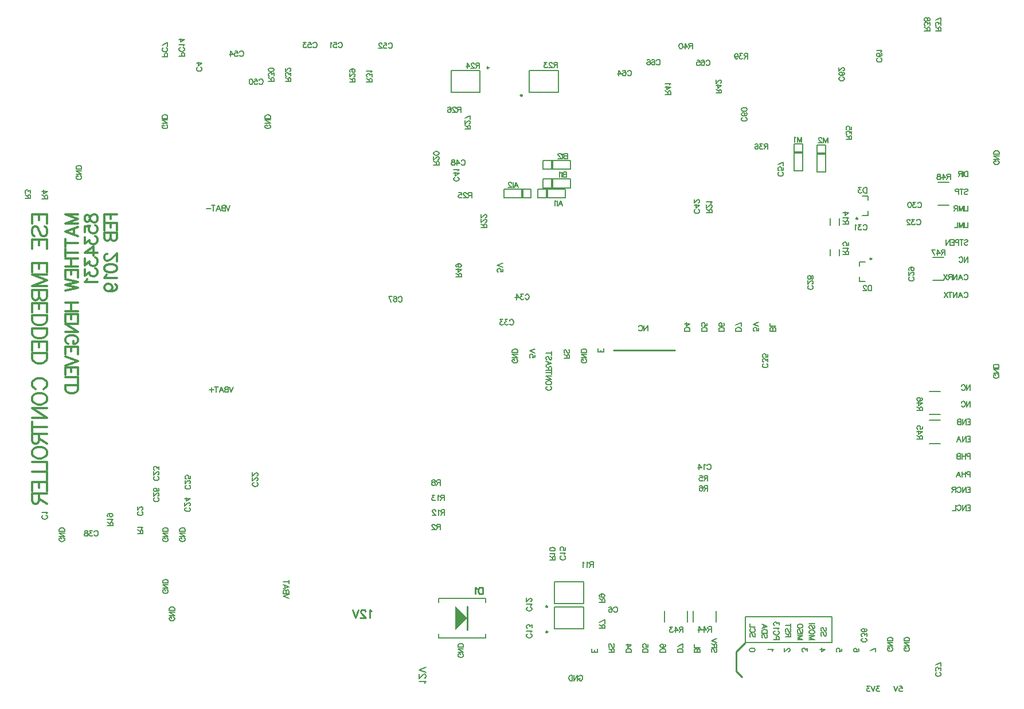
<source format=gbo>
G04*
G04 #@! TF.GenerationSoftware,Altium Limited,Altium Designer,19.0.10 (269)*
G04*
G04 Layer_Color=32896*
%FSLAX43Y43*%
%MOMM*%
G71*
G01*
G75*
%ADD10C,0.250*%
%ADD12C,0.127*%
%ADD13C,0.200*%
%ADD15C,0.180*%
%ADD16C,0.254*%
%ADD17C,0.350*%
%ADD18R,0.400X1.300*%
%ADD105C,0.300*%
%ADD163R,1.300X0.400*%
G36*
X120950Y62000D02*
X119200Y60250D01*
Y63750D01*
X119200D01*
X120950Y62000D01*
D02*
G37*
D10*
X178615Y121020D02*
G03*
X178615Y121020I-125J0D01*
G01*
X124125Y143300D02*
G03*
X124125Y143300I-125J0D01*
G01*
X129075Y139200D02*
G03*
X129075Y139200I-125J0D01*
G01*
X180675Y115080D02*
G03*
X180675Y115080I-125J0D01*
G01*
X132825Y63700D02*
G03*
X132825Y63700I-125J0D01*
G01*
Y59950D02*
G03*
X132825Y59950I-125J0D01*
G01*
X142550Y101600D02*
X151600D01*
X160650Y54150D02*
X161500Y53300D01*
X160650Y54150D02*
Y57000D01*
X162000Y58350D01*
X106850Y63021D02*
X106736Y63078D01*
X106564Y63250D01*
Y62050D01*
X105913Y62964D02*
Y63021D01*
X105856Y63135D01*
X105799Y63193D01*
X105685Y63250D01*
X105456D01*
X105342Y63193D01*
X105285Y63135D01*
X105227Y63021D01*
Y62907D01*
X105285Y62793D01*
X105399Y62621D01*
X105970Y62050D01*
X105170D01*
X104902Y63250D02*
X104445Y62050D01*
X103988Y63250D02*
X104445Y62050D01*
X123250Y66550D02*
Y65550D01*
Y66550D02*
X122917D01*
X122774Y66502D01*
X122679Y66407D01*
X122631Y66312D01*
X122583Y66169D01*
Y65931D01*
X122631Y65788D01*
X122679Y65693D01*
X122774Y65598D01*
X122917Y65550D01*
X123250D01*
X122360Y66359D02*
X122265Y66407D01*
X122122Y66550D01*
Y65550D01*
D12*
X173900Y127900D02*
Y131900D01*
X172600Y127900D02*
X173900D01*
X172600D02*
Y131900D01*
X173900D01*
X190500Y122980D02*
X192100D01*
X190500Y126380D02*
X192100D01*
X131400Y124050D02*
Y125350D01*
Y124050D02*
X135400D01*
Y125350D01*
X131400D02*
X135400D01*
X130350Y124050D02*
Y125350D01*
X126350D02*
X130350D01*
X126350Y124050D02*
Y125350D01*
Y124050D02*
X130350D01*
X132173Y128300D02*
Y129600D01*
Y128300D02*
X136173D01*
Y129600D01*
X132173D02*
X136173D01*
X132173Y125550D02*
Y126850D01*
Y125550D02*
X136173D01*
Y126850D01*
X132173D02*
X136173D01*
X169225Y132050D02*
X170525D01*
X169225Y128050D02*
Y132050D01*
Y128050D02*
X170525D01*
Y132050D01*
X189700Y115279D02*
X191300D01*
X189700Y111879D02*
X191300D01*
X189200Y95450D02*
X190800D01*
X189200Y92050D02*
X190800D01*
X189200Y91200D02*
X190800D01*
X189200Y87800D02*
X190800D01*
X157700Y61450D02*
Y63050D01*
X154300Y61450D02*
Y63050D01*
X153450Y61450D02*
Y63050D01*
X150050Y61450D02*
Y63050D01*
D13*
X116770Y64920D02*
X123630D01*
X116770Y64305D02*
Y64920D01*
X123630Y64305D02*
Y64920D01*
X116770Y59080D02*
X123630D01*
Y59695D01*
X116770Y59080D02*
Y59695D01*
X180140Y123720D02*
Y124380D01*
X179325D02*
X180140D01*
Y121460D02*
Y122120D01*
X179325Y121460D02*
X180140D01*
X175925Y115500D02*
Y116500D01*
X174575Y115500D02*
Y116500D01*
X122850Y139650D02*
Y142850D01*
X118550Y139650D02*
X122850D01*
X118550D02*
Y142850D01*
X122850D01*
X130100Y139650D02*
X134400D01*
Y142850D01*
X130100D02*
X134400D01*
X130100Y139650D02*
Y142850D01*
X174575Y120000D02*
Y121000D01*
X175925Y120000D02*
Y121000D01*
X178900Y114640D02*
X179715D01*
X178900Y113980D02*
Y114640D01*
Y111720D02*
X179715D01*
X178900D02*
Y112380D01*
X133850Y64150D02*
X138150D01*
Y67350D01*
X133850D02*
X138150D01*
X133850Y64150D02*
Y67350D01*
Y60400D02*
X138150D01*
Y63600D01*
X133850D02*
X138150D01*
X133850Y60400D02*
Y63600D01*
D15*
X174500Y62200D02*
X174800D01*
Y58350D02*
Y62200D01*
X162000Y58350D02*
X174800D01*
X162000D02*
Y62200D01*
X174500D01*
X157686Y57483D02*
X157762Y57407D01*
X157800Y57293D01*
Y57140D01*
X157762Y57026D01*
X157686Y56950D01*
X157609D01*
X157533Y56988D01*
X157495Y57026D01*
X157457Y57102D01*
X157381Y57331D01*
X157343Y57407D01*
X157305Y57445D01*
X157229Y57483D01*
X157114D01*
X157038Y57407D01*
X157000Y57293D01*
Y57140D01*
X157038Y57026D01*
X157114Y56950D01*
X157800Y57662D02*
X157000D01*
X157800D02*
Y58005D01*
X157762Y58119D01*
X157724Y58157D01*
X157647Y58195D01*
X157571D01*
X157495Y58157D01*
X157457Y58119D01*
X157419Y58005D01*
Y57662D01*
Y57929D02*
X157000Y58195D01*
X157800Y58374D02*
X157000Y58679D01*
X157800Y58984D02*
X157000Y58679D01*
X155300Y56950D02*
X154500D01*
X155300D02*
Y57293D01*
X155262Y57407D01*
X155224Y57445D01*
X155147Y57483D01*
X155071D01*
X154995Y57445D01*
X154957Y57407D01*
X154919Y57293D01*
Y56950D02*
Y57293D01*
X154881Y57407D01*
X154843Y57445D01*
X154767Y57483D01*
X154652D01*
X154576Y57445D01*
X154538Y57407D01*
X154500Y57293D01*
Y56950D01*
X155300Y57662D02*
X154500D01*
Y58119D01*
X152800Y56950D02*
X152000D01*
X152800D02*
Y57217D01*
X152762Y57331D01*
X152686Y57407D01*
X152609Y57445D01*
X152495Y57483D01*
X152305D01*
X152190Y57445D01*
X152114Y57407D01*
X152038Y57331D01*
X152000Y57217D01*
Y56950D01*
X152800Y58195D02*
X152000Y57815D01*
X152800Y57662D02*
Y58195D01*
X150250Y56950D02*
X149450D01*
X150250D02*
Y57217D01*
X150212Y57331D01*
X150136Y57407D01*
X150059Y57445D01*
X149945Y57483D01*
X149755D01*
X149640Y57445D01*
X149564Y57407D01*
X149488Y57331D01*
X149450Y57217D01*
Y56950D01*
X150136Y58119D02*
X150212Y58081D01*
X150250Y57967D01*
Y57891D01*
X150212Y57776D01*
X150097Y57700D01*
X149907Y57662D01*
X149717D01*
X149564Y57700D01*
X149488Y57776D01*
X149450Y57891D01*
Y57929D01*
X149488Y58043D01*
X149564Y58119D01*
X149679Y58157D01*
X149717D01*
X149831Y58119D01*
X149907Y58043D01*
X149945Y57929D01*
Y57891D01*
X149907Y57776D01*
X149831Y57700D01*
X149717Y57662D01*
X147650Y56950D02*
X146850D01*
X147650D02*
Y57217D01*
X147612Y57331D01*
X147536Y57407D01*
X147459Y57445D01*
X147345Y57483D01*
X147155D01*
X147040Y57445D01*
X146964Y57407D01*
X146888Y57331D01*
X146850Y57217D01*
Y56950D01*
X147650Y58119D02*
Y57738D01*
X147307Y57700D01*
X147345Y57738D01*
X147383Y57853D01*
Y57967D01*
X147345Y58081D01*
X147269Y58157D01*
X147155Y58195D01*
X147079D01*
X146964Y58157D01*
X146888Y58081D01*
X146850Y57967D01*
Y57853D01*
X146888Y57738D01*
X146926Y57700D01*
X147002Y57662D01*
X145200Y56950D02*
X144400D01*
X145200D02*
Y57217D01*
X145162Y57331D01*
X145086Y57407D01*
X145009Y57445D01*
X144895Y57483D01*
X144705D01*
X144590Y57445D01*
X144514Y57407D01*
X144438Y57331D01*
X144400Y57217D01*
Y56950D01*
X145200Y58043D02*
X144667Y57662D01*
Y58234D01*
X145200Y58043D02*
X144400D01*
X142650Y56950D02*
X141850D01*
X142650D02*
Y57293D01*
X142612Y57407D01*
X142574Y57445D01*
X142497Y57483D01*
X142421D01*
X142345Y57445D01*
X142307Y57407D01*
X142269Y57293D01*
Y56950D01*
Y57217D02*
X141850Y57483D01*
X142536Y58195D02*
X142612Y58119D01*
X142650Y58005D01*
Y57853D01*
X142612Y57738D01*
X142536Y57662D01*
X142459D01*
X142383Y57700D01*
X142345Y57738D01*
X142307Y57815D01*
X142231Y58043D01*
X142193Y58119D01*
X142155Y58157D01*
X142079Y58195D01*
X141964D01*
X141888Y58119D01*
X141850Y58005D01*
Y57853D01*
X141888Y57738D01*
X141964Y57662D01*
X140150Y57445D02*
Y56950D01*
X139350D01*
Y57445D01*
X139769Y56950D02*
Y57255D01*
X194367Y117786D02*
X194443Y117862D01*
X194557Y117900D01*
X194710D01*
X194824Y117862D01*
X194900Y117786D01*
Y117709D01*
X194862Y117633D01*
X194824Y117595D01*
X194748Y117557D01*
X194519Y117481D01*
X194443Y117443D01*
X194405Y117405D01*
X194367Y117329D01*
Y117214D01*
X194443Y117138D01*
X194557Y117100D01*
X194710D01*
X194824Y117138D01*
X194900Y117214D01*
X193921Y117900D02*
Y117100D01*
X194188Y117900D02*
X193655D01*
X193559Y117481D02*
X193217D01*
X193102Y117519D01*
X193064Y117557D01*
X193026Y117633D01*
Y117747D01*
X193064Y117824D01*
X193102Y117862D01*
X193217Y117900D01*
X193559D01*
Y117100D01*
X192352Y117900D02*
X192847D01*
Y117100D01*
X192352D01*
X192847Y117519D02*
X192542D01*
X192219Y117900D02*
Y117100D01*
Y117900D02*
X191685Y117100D01*
Y117900D02*
Y117100D01*
X194900Y120450D02*
Y119650D01*
X194443D01*
X194355Y120450D02*
Y119650D01*
X194188Y120450D02*
Y119650D01*
Y120450D02*
X193883Y119650D01*
X193578Y120450D02*
X193883Y119650D01*
X193578Y120450D02*
Y119650D01*
X193350Y120450D02*
Y119650D01*
X192893D01*
X194900Y122900D02*
Y122100D01*
X194443D01*
X194355Y122900D02*
Y122100D01*
X194188Y122900D02*
Y122100D01*
Y122900D02*
X193883Y122100D01*
X193578Y122900D02*
X193883Y122100D01*
X193578Y122900D02*
Y122100D01*
X193350Y122900D02*
Y122100D01*
Y122900D02*
X193007D01*
X192893Y122862D01*
X192855Y122824D01*
X192817Y122747D01*
Y122671D01*
X192855Y122595D01*
X192893Y122557D01*
X193007Y122519D01*
X193350D01*
X193083D02*
X192817Y122100D01*
X194367Y125286D02*
X194443Y125362D01*
X194557Y125400D01*
X194710D01*
X194824Y125362D01*
X194900Y125286D01*
Y125209D01*
X194862Y125133D01*
X194824Y125095D01*
X194748Y125057D01*
X194519Y124981D01*
X194443Y124943D01*
X194405Y124905D01*
X194367Y124829D01*
Y124714D01*
X194443Y124638D01*
X194557Y124600D01*
X194710D01*
X194824Y124638D01*
X194900Y124714D01*
X193921Y125400D02*
Y124600D01*
X194188Y125400D02*
X193655D01*
X193559Y124981D02*
X193217D01*
X193102Y125019D01*
X193064Y125057D01*
X193026Y125133D01*
Y125247D01*
X193064Y125324D01*
X193102Y125362D01*
X193217Y125400D01*
X193559D01*
Y124600D01*
X194900Y128000D02*
Y127200D01*
Y128000D02*
X194633D01*
X194519Y127962D01*
X194443Y127886D01*
X194405Y127809D01*
X194367Y127695D01*
Y127505D01*
X194405Y127390D01*
X194443Y127314D01*
X194519Y127238D01*
X194633Y127200D01*
X194900D01*
X194188Y128000D02*
Y127200D01*
X194020Y128000D02*
Y127200D01*
Y128000D02*
X193677D01*
X193563Y127962D01*
X193525Y127924D01*
X193487Y127847D01*
Y127771D01*
X193525Y127695D01*
X193563Y127657D01*
X193677Y127619D01*
X194020D01*
X193754D02*
X193487Y127200D01*
X194900Y115350D02*
Y114550D01*
Y115350D02*
X194367Y114550D01*
Y115350D02*
Y114550D01*
X193575Y115159D02*
X193613Y115236D01*
X193689Y115312D01*
X193765Y115350D01*
X193917D01*
X193994Y115312D01*
X194070Y115236D01*
X194108Y115159D01*
X194146Y115045D01*
Y114855D01*
X194108Y114740D01*
X194070Y114664D01*
X193994Y114588D01*
X193917Y114550D01*
X193765D01*
X193689Y114588D01*
X193613Y114664D01*
X193575Y114740D01*
X194329Y112559D02*
X194367Y112636D01*
X194443Y112712D01*
X194519Y112750D01*
X194671D01*
X194748Y112712D01*
X194824Y112636D01*
X194862Y112559D01*
X194900Y112445D01*
Y112255D01*
X194862Y112140D01*
X194824Y112064D01*
X194748Y111988D01*
X194671Y111950D01*
X194519D01*
X194443Y111988D01*
X194367Y112064D01*
X194329Y112140D01*
X193495Y111950D02*
X193799Y112750D01*
X194104Y111950D01*
X193990Y112217D02*
X193609D01*
X193308Y112750D02*
Y111950D01*
Y112750D02*
X192775Y111950D01*
Y112750D02*
Y111950D01*
X192554Y112750D02*
Y111950D01*
Y112750D02*
X192211D01*
X192097Y112712D01*
X192059Y112674D01*
X192021Y112597D01*
Y112521D01*
X192059Y112445D01*
X192097Y112407D01*
X192211Y112369D01*
X192554D01*
X192287D02*
X192021Y111950D01*
X191842Y112750D02*
X191308Y111950D01*
Y112750D02*
X191842Y111950D01*
X194329Y109959D02*
X194367Y110036D01*
X194443Y110112D01*
X194519Y110150D01*
X194671D01*
X194748Y110112D01*
X194824Y110036D01*
X194862Y109959D01*
X194900Y109845D01*
Y109655D01*
X194862Y109540D01*
X194824Y109464D01*
X194748Y109388D01*
X194671Y109350D01*
X194519D01*
X194443Y109388D01*
X194367Y109464D01*
X194329Y109540D01*
X193495Y109350D02*
X193799Y110150D01*
X194104Y109350D01*
X193990Y109617D02*
X193609D01*
X193308Y110150D02*
Y109350D01*
Y110150D02*
X192775Y109350D01*
Y110150D02*
Y109350D01*
X192287Y110150D02*
Y109350D01*
X192554Y110150D02*
X192021D01*
X191925D02*
X191392Y109350D01*
Y110150D02*
X191925Y109350D01*
X76281Y144950D02*
Y145293D01*
X76319Y145407D01*
X76357Y145445D01*
X76433Y145483D01*
X76547D01*
X76624Y145445D01*
X76662Y145407D01*
X76700Y145293D01*
Y144950D01*
X75900D01*
X76509Y146234D02*
X76586Y146195D01*
X76662Y146119D01*
X76700Y146043D01*
Y145891D01*
X76662Y145815D01*
X76586Y145738D01*
X76509Y145700D01*
X76395Y145662D01*
X76205D01*
X76090Y145700D01*
X76014Y145738D01*
X75938Y145815D01*
X75900Y145891D01*
Y146043D01*
X75938Y146119D01*
X76014Y146195D01*
X76090Y146234D01*
X76700Y146991D02*
X75900Y146611D01*
X76700Y146458D02*
Y146991D01*
X78781Y145000D02*
Y145343D01*
X78819Y145457D01*
X78857Y145495D01*
X78933Y145533D01*
X79047D01*
X79124Y145495D01*
X79162Y145457D01*
X79200Y145343D01*
Y145000D01*
X78400D01*
X79009Y146284D02*
X79086Y146245D01*
X79162Y146169D01*
X79200Y146093D01*
Y145941D01*
X79162Y145865D01*
X79086Y145788D01*
X79009Y145750D01*
X78895Y145712D01*
X78705D01*
X78590Y145750D01*
X78514Y145788D01*
X78438Y145865D01*
X78400Y145941D01*
Y146093D01*
X78438Y146169D01*
X78514Y146245D01*
X78590Y146284D01*
X79047Y146508D02*
X79086Y146584D01*
X79200Y146699D01*
X78400D01*
X79200Y147476D02*
X78667Y147095D01*
Y147666D01*
X79200Y147476D02*
X78400D01*
X166500Y104400D02*
X165700D01*
X166500D02*
Y104743D01*
X166462Y104857D01*
X166424Y104895D01*
X166347Y104933D01*
X166271D01*
X166195Y104895D01*
X166157Y104857D01*
X166119Y104743D01*
Y104400D02*
Y104743D01*
X166081Y104857D01*
X166043Y104895D01*
X165967Y104933D01*
X165852D01*
X165776Y104895D01*
X165738Y104857D01*
X165700Y104743D01*
Y104400D01*
X166500Y105112D02*
X165700D01*
Y105569D01*
X161400Y104400D02*
X160600D01*
X161400D02*
Y104667D01*
X161362Y104781D01*
X161286Y104857D01*
X161209Y104895D01*
X161095Y104933D01*
X160905D01*
X160790Y104895D01*
X160714Y104857D01*
X160638Y104781D01*
X160600Y104667D01*
Y104400D01*
X161400Y105645D02*
X160600Y105265D01*
X161400Y105112D02*
Y105645D01*
X158900Y104400D02*
X158100D01*
X158900D02*
Y104667D01*
X158862Y104781D01*
X158786Y104857D01*
X158709Y104895D01*
X158595Y104933D01*
X158405D01*
X158290Y104895D01*
X158214Y104857D01*
X158138Y104781D01*
X158100Y104667D01*
Y104400D01*
X158786Y105569D02*
X158862Y105531D01*
X158900Y105417D01*
Y105341D01*
X158862Y105226D01*
X158747Y105150D01*
X158557Y105112D01*
X158367D01*
X158214Y105150D01*
X158138Y105226D01*
X158100Y105341D01*
Y105379D01*
X158138Y105493D01*
X158214Y105569D01*
X158329Y105607D01*
X158367D01*
X158481Y105569D01*
X158557Y105493D01*
X158595Y105379D01*
Y105341D01*
X158557Y105226D01*
X158481Y105150D01*
X158367Y105112D01*
X156350Y104400D02*
X155550D01*
X156350D02*
Y104667D01*
X156312Y104781D01*
X156236Y104857D01*
X156159Y104895D01*
X156045Y104933D01*
X155855D01*
X155740Y104895D01*
X155664Y104857D01*
X155588Y104781D01*
X155550Y104667D01*
Y104400D01*
X156350Y105569D02*
Y105188D01*
X156007Y105150D01*
X156045Y105188D01*
X156083Y105303D01*
Y105417D01*
X156045Y105531D01*
X155969Y105607D01*
X155855Y105645D01*
X155779D01*
X155664Y105607D01*
X155588Y105531D01*
X155550Y105417D01*
Y105303D01*
X155588Y105188D01*
X155626Y105150D01*
X155702Y105112D01*
X153850Y104400D02*
X153050D01*
X153850D02*
Y104667D01*
X153812Y104781D01*
X153736Y104857D01*
X153659Y104895D01*
X153545Y104933D01*
X153355D01*
X153240Y104895D01*
X153164Y104857D01*
X153088Y104781D01*
X153050Y104667D01*
Y104400D01*
X153850Y105493D02*
X153317Y105112D01*
Y105684D01*
X153850Y105493D02*
X153050D01*
X147600Y105250D02*
Y104450D01*
Y105250D02*
X147067Y104450D01*
Y105250D02*
Y104450D01*
X146275Y105059D02*
X146313Y105136D01*
X146389Y105212D01*
X146465Y105250D01*
X146617D01*
X146694Y105212D01*
X146770Y105136D01*
X146808Y105059D01*
X146846Y104945D01*
Y104755D01*
X146808Y104640D01*
X146770Y104564D01*
X146694Y104488D01*
X146617Y104450D01*
X146465D01*
X146389Y104488D01*
X146313Y104564D01*
X146275Y104640D01*
X136050Y100400D02*
X135250D01*
X136050D02*
Y100743D01*
X136012Y100857D01*
X135974Y100895D01*
X135897Y100933D01*
X135821D01*
X135745Y100895D01*
X135707Y100857D01*
X135669Y100743D01*
Y100400D01*
Y100667D02*
X135250Y100933D01*
X135936Y101645D02*
X136012Y101569D01*
X136050Y101455D01*
Y101303D01*
X136012Y101188D01*
X135936Y101112D01*
X135859D01*
X135783Y101150D01*
X135745Y101188D01*
X135707Y101265D01*
X135631Y101493D01*
X135593Y101569D01*
X135555Y101607D01*
X135479Y101645D01*
X135364D01*
X135288Y101569D01*
X135250Y101455D01*
Y101303D01*
X135288Y101188D01*
X135364Y101112D01*
X141100Y101795D02*
Y101300D01*
X140300D01*
Y101795D01*
X140719Y101300D02*
Y101605D01*
X133209Y96221D02*
X133286Y96183D01*
X133362Y96107D01*
X133400Y96031D01*
Y95879D01*
X133362Y95802D01*
X133286Y95726D01*
X133209Y95688D01*
X133095Y95650D01*
X132905D01*
X132790Y95688D01*
X132714Y95726D01*
X132638Y95802D01*
X132600Y95879D01*
Y96031D01*
X132638Y96107D01*
X132714Y96183D01*
X132790Y96221D01*
X133400Y96675D02*
X133362Y96598D01*
X133286Y96522D01*
X133209Y96484D01*
X133095Y96446D01*
X132905D01*
X132790Y96484D01*
X132714Y96522D01*
X132638Y96598D01*
X132600Y96675D01*
Y96827D01*
X132638Y96903D01*
X132714Y96979D01*
X132790Y97017D01*
X132905Y97055D01*
X133095D01*
X133209Y97017D01*
X133286Y96979D01*
X133362Y96903D01*
X133400Y96827D01*
Y96675D01*
Y97242D02*
X132600D01*
X133400D02*
X132600Y97775D01*
X133400D02*
X132600D01*
X133400Y98263D02*
X132600D01*
X133400Y97996D02*
Y98529D01*
Y98625D02*
X132600D01*
X133400D02*
Y98967D01*
X133362Y99082D01*
X133324Y99120D01*
X133247Y99158D01*
X133171D01*
X133095Y99120D01*
X133057Y99082D01*
X133019Y98967D01*
Y98625D01*
Y98891D02*
X132600Y99158D01*
Y99946D02*
X133400Y99642D01*
X132600Y99337D01*
X132867Y99451D02*
Y99832D01*
X133286Y100666D02*
X133362Y100590D01*
X133400Y100476D01*
Y100323D01*
X133362Y100209D01*
X133286Y100133D01*
X133209D01*
X133133Y100171D01*
X133095Y100209D01*
X133057Y100285D01*
X132981Y100514D01*
X132943Y100590D01*
X132905Y100628D01*
X132829Y100666D01*
X132714D01*
X132638Y100590D01*
X132600Y100476D01*
Y100323D01*
X132638Y100209D01*
X132714Y100133D01*
X133400Y101112D02*
X132600D01*
X133400Y100845D02*
Y101378D01*
X114659Y52350D02*
X114707Y52445D01*
X114850Y52588D01*
X113850D01*
X114612Y53131D02*
X114659D01*
X114755Y53178D01*
X114802Y53226D01*
X114850Y53321D01*
Y53512D01*
X114802Y53607D01*
X114755Y53654D01*
X114659Y53702D01*
X114564D01*
X114469Y53654D01*
X114326Y53559D01*
X113850Y53083D01*
Y53750D01*
X114850Y53973D02*
X113850Y54354D01*
X114850Y54735D02*
X113850Y54354D01*
X181824Y51950D02*
X181405D01*
X181633Y51645D01*
X181519D01*
X181443Y51607D01*
X181405Y51569D01*
X181367Y51455D01*
Y51379D01*
X181405Y51264D01*
X181481Y51188D01*
X181595Y51150D01*
X181710D01*
X181824Y51188D01*
X181862Y51226D01*
X181900Y51302D01*
X181188Y51950D02*
X180883Y51150D01*
X180578Y51950D02*
X180883Y51150D01*
X180399Y51950D02*
X179980D01*
X180209Y51645D01*
X180095D01*
X180018Y51607D01*
X179980Y51569D01*
X179942Y51455D01*
Y51379D01*
X179980Y51264D01*
X180057Y51188D01*
X180171Y51150D01*
X180285D01*
X180399Y51188D01*
X180437Y51226D01*
X180476Y51302D01*
X184793Y51950D02*
X185174D01*
X185212Y51607D01*
X185174Y51645D01*
X185060Y51683D01*
X184945D01*
X184831Y51645D01*
X184755Y51569D01*
X184717Y51455D01*
Y51379D01*
X184755Y51264D01*
X184831Y51188D01*
X184945Y51150D01*
X185060D01*
X185174Y51188D01*
X185212Y51226D01*
X185250Y51302D01*
X184538Y51950D02*
X184233Y51150D01*
X183928Y51950D02*
X184233Y51150D01*
X178686Y57477D02*
X178762Y57439D01*
X178800Y57325D01*
Y57249D01*
X178762Y57134D01*
X178647Y57058D01*
X178457Y57020D01*
X178267D01*
X178114Y57058D01*
X178038Y57134D01*
X178000Y57249D01*
Y57287D01*
X178038Y57401D01*
X178114Y57477D01*
X178229Y57515D01*
X178267D01*
X178381Y57477D01*
X178457Y57401D01*
X178495Y57287D01*
Y57249D01*
X178457Y57134D01*
X178381Y57058D01*
X178267Y57020D01*
X176250Y57477D02*
Y57096D01*
X175907Y57058D01*
X175945Y57096D01*
X175983Y57210D01*
Y57325D01*
X175945Y57439D01*
X175869Y57515D01*
X175755Y57553D01*
X175679D01*
X175564Y57515D01*
X175488Y57439D01*
X175450Y57325D01*
Y57210D01*
X175488Y57096D01*
X175526Y57058D01*
X175602Y57020D01*
X173800Y57401D02*
X173267Y57020D01*
Y57591D01*
X173800Y57401D02*
X173000D01*
X171200Y57096D02*
Y57515D01*
X170895Y57287D01*
Y57401D01*
X170857Y57477D01*
X170819Y57515D01*
X170705Y57553D01*
X170629D01*
X170514Y57515D01*
X170438Y57439D01*
X170400Y57325D01*
Y57210D01*
X170438Y57096D01*
X170476Y57058D01*
X170552Y57020D01*
X168409Y57058D02*
X168447D01*
X168524Y57096D01*
X168562Y57134D01*
X168600Y57210D01*
Y57363D01*
X168562Y57439D01*
X168524Y57477D01*
X168447Y57515D01*
X168371D01*
X168295Y57477D01*
X168181Y57401D01*
X167800Y57020D01*
Y57553D01*
X165997Y57153D02*
X166036Y57229D01*
X166150Y57344D01*
X165350D01*
X163450Y57249D02*
X163412Y57134D01*
X163297Y57058D01*
X163107Y57020D01*
X162993D01*
X162802Y57058D01*
X162688Y57134D01*
X162650Y57249D01*
Y57325D01*
X162688Y57439D01*
X162802Y57515D01*
X162993Y57553D01*
X163107D01*
X163297Y57515D01*
X163412Y57439D01*
X163450Y57325D01*
Y57249D01*
X173886Y59883D02*
X173962Y59807D01*
X174000Y59693D01*
Y59540D01*
X173962Y59426D01*
X173886Y59350D01*
X173809D01*
X173733Y59388D01*
X173695Y59426D01*
X173657Y59502D01*
X173581Y59731D01*
X173543Y59807D01*
X173505Y59845D01*
X173429Y59883D01*
X173314D01*
X173238Y59807D01*
X173200Y59693D01*
Y59540D01*
X173238Y59426D01*
X173314Y59350D01*
X173886Y60595D02*
X173962Y60519D01*
X174000Y60405D01*
Y60253D01*
X173962Y60138D01*
X173886Y60062D01*
X173809D01*
X173733Y60100D01*
X173695Y60138D01*
X173657Y60215D01*
X173581Y60443D01*
X173543Y60519D01*
X173505Y60557D01*
X173429Y60595D01*
X173314D01*
X173238Y60519D01*
X173200Y60405D01*
Y60253D01*
X173238Y60138D01*
X173314Y60062D01*
X172250Y58800D02*
X171450D01*
X172250D02*
X171450Y59105D01*
X172250Y59409D02*
X171450Y59105D01*
X172250Y59409D02*
X171450D01*
X172250Y59866D02*
X172212Y59790D01*
X172136Y59714D01*
X172059Y59676D01*
X171945Y59638D01*
X171755D01*
X171640Y59676D01*
X171564Y59714D01*
X171488Y59790D01*
X171450Y59866D01*
Y60019D01*
X171488Y60095D01*
X171564Y60171D01*
X171640Y60209D01*
X171755Y60247D01*
X171945D01*
X172059Y60209D01*
X172136Y60171D01*
X172212Y60095D01*
X172250Y60019D01*
Y59866D01*
X172136Y60967D02*
X172212Y60891D01*
X172250Y60777D01*
Y60624D01*
X172212Y60510D01*
X172136Y60434D01*
X172059D01*
X171983Y60472D01*
X171945Y60510D01*
X171907Y60586D01*
X171831Y60815D01*
X171793Y60891D01*
X171755Y60929D01*
X171679Y60967D01*
X171564D01*
X171488Y60891D01*
X171450Y60777D01*
Y60624D01*
X171488Y60510D01*
X171564Y60434D01*
X172250Y61146D02*
X171450D01*
X170500Y58800D02*
X169700D01*
X170500D02*
X169700Y59105D01*
X170500Y59409D02*
X169700Y59105D01*
X170500Y59409D02*
X169700D01*
X170500Y59638D02*
X169700D01*
X170386Y60339D02*
X170462Y60263D01*
X170500Y60148D01*
Y59996D01*
X170462Y59882D01*
X170386Y59806D01*
X170309D01*
X170233Y59844D01*
X170195Y59882D01*
X170157Y59958D01*
X170081Y60186D01*
X170043Y60263D01*
X170005Y60301D01*
X169929Y60339D01*
X169814D01*
X169738Y60263D01*
X169700Y60148D01*
Y59996D01*
X169738Y59882D01*
X169814Y59806D01*
X170500Y60746D02*
X170462Y60670D01*
X170386Y60594D01*
X170309Y60556D01*
X170195Y60518D01*
X170005D01*
X169890Y60556D01*
X169814Y60594D01*
X169738Y60670D01*
X169700Y60746D01*
Y60899D01*
X169738Y60975D01*
X169814Y61051D01*
X169890Y61089D01*
X170005Y61127D01*
X170195D01*
X170309Y61089D01*
X170386Y61051D01*
X170462Y60975D01*
X170500Y60899D01*
Y60746D01*
X168750Y59200D02*
X167950D01*
X168750D02*
Y59543D01*
X168712Y59657D01*
X168674Y59695D01*
X168597Y59733D01*
X168521D01*
X168445Y59695D01*
X168407Y59657D01*
X168369Y59543D01*
Y59200D01*
Y59467D02*
X167950Y59733D01*
X168636Y60445D02*
X168712Y60369D01*
X168750Y60255D01*
Y60103D01*
X168712Y59988D01*
X168636Y59912D01*
X168559D01*
X168483Y59950D01*
X168445Y59988D01*
X168407Y60065D01*
X168331Y60293D01*
X168293Y60369D01*
X168255Y60407D01*
X168179Y60445D01*
X168064D01*
X167988Y60369D01*
X167950Y60255D01*
Y60103D01*
X167988Y59988D01*
X168064Y59912D01*
X168750Y60891D02*
X167950D01*
X168750Y60624D02*
Y61158D01*
X166581Y58800D02*
Y59143D01*
X166619Y59257D01*
X166657Y59295D01*
X166733Y59333D01*
X166847D01*
X166924Y59295D01*
X166962Y59257D01*
X167000Y59143D01*
Y58800D01*
X166200D01*
X166809Y60084D02*
X166886Y60045D01*
X166962Y59969D01*
X167000Y59893D01*
Y59741D01*
X166962Y59665D01*
X166886Y59588D01*
X166809Y59550D01*
X166695Y59512D01*
X166505D01*
X166390Y59550D01*
X166314Y59588D01*
X166238Y59665D01*
X166200Y59741D01*
Y59893D01*
X166238Y59969D01*
X166314Y60045D01*
X166390Y60084D01*
X166847Y60308D02*
X166886Y60384D01*
X167000Y60499D01*
X166200D01*
X167000Y60971D02*
Y61390D01*
X166695Y61161D01*
Y61276D01*
X166657Y61352D01*
X166619Y61390D01*
X166505Y61428D01*
X166429D01*
X166314Y61390D01*
X166238Y61314D01*
X166200Y61199D01*
Y61085D01*
X166238Y60971D01*
X166276Y60933D01*
X166352Y60895D01*
X165136Y59583D02*
X165212Y59507D01*
X165250Y59393D01*
Y59240D01*
X165212Y59126D01*
X165136Y59050D01*
X165059D01*
X164983Y59088D01*
X164945Y59126D01*
X164907Y59202D01*
X164831Y59431D01*
X164793Y59507D01*
X164755Y59545D01*
X164679Y59583D01*
X164564D01*
X164488Y59507D01*
X164450Y59393D01*
Y59240D01*
X164488Y59126D01*
X164564Y59050D01*
X165250Y59762D02*
X164450D01*
X165250D02*
Y60029D01*
X165212Y60143D01*
X165136Y60219D01*
X165059Y60257D01*
X164945Y60295D01*
X164755D01*
X164640Y60257D01*
X164564Y60219D01*
X164488Y60143D01*
X164450Y60029D01*
Y59762D01*
Y61084D02*
X165250Y60779D01*
X164450Y60474D01*
X164717Y60589D02*
Y60970D01*
X163386Y59733D02*
X163462Y59657D01*
X163500Y59543D01*
Y59390D01*
X163462Y59276D01*
X163386Y59200D01*
X163309D01*
X163233Y59238D01*
X163195Y59276D01*
X163157Y59352D01*
X163081Y59581D01*
X163043Y59657D01*
X163005Y59695D01*
X162929Y59733D01*
X162814D01*
X162738Y59657D01*
X162700Y59543D01*
Y59390D01*
X162738Y59276D01*
X162814Y59200D01*
X163309Y60484D02*
X163386Y60445D01*
X163462Y60369D01*
X163500Y60293D01*
Y60141D01*
X163462Y60065D01*
X163386Y59988D01*
X163309Y59950D01*
X163195Y59912D01*
X163005D01*
X162890Y59950D01*
X162814Y59988D01*
X162738Y60065D01*
X162700Y60141D01*
Y60293D01*
X162738Y60369D01*
X162814Y60445D01*
X162890Y60484D01*
X163500Y60708D02*
X162700D01*
Y61165D01*
X181250Y57553D02*
X180450Y57172D01*
X181250Y57020D02*
Y57553D01*
X195250Y96450D02*
Y95650D01*
Y96450D02*
X194717Y95650D01*
Y96450D02*
Y95650D01*
X193925Y96259D02*
X193963Y96336D01*
X194039Y96412D01*
X194115Y96450D01*
X194267D01*
X194344Y96412D01*
X194420Y96336D01*
X194458Y96259D01*
X194496Y96145D01*
Y95955D01*
X194458Y95840D01*
X194420Y95764D01*
X194344Y95688D01*
X194267Y95650D01*
X194115D01*
X194039Y95688D01*
X193963Y95764D01*
X193925Y95840D01*
X195250Y94000D02*
Y93200D01*
Y94000D02*
X194717Y93200D01*
Y94000D02*
Y93200D01*
X193925Y93809D02*
X193963Y93886D01*
X194039Y93962D01*
X194115Y94000D01*
X194267D01*
X194344Y93962D01*
X194420Y93886D01*
X194458Y93809D01*
X194496Y93695D01*
Y93505D01*
X194458Y93390D01*
X194420Y93314D01*
X194344Y93238D01*
X194267Y93200D01*
X194115D01*
X194039Y93238D01*
X193963Y93314D01*
X193925Y93390D01*
X194755Y91400D02*
X195250D01*
Y90600D01*
X194755D01*
X195250Y91019D02*
X194945D01*
X194622Y91400D02*
Y90600D01*
Y91400D02*
X194088Y90600D01*
Y91400D02*
Y90600D01*
X193867Y91400D02*
Y90600D01*
Y91400D02*
X193525D01*
X193410Y91362D01*
X193372Y91324D01*
X193334Y91247D01*
Y91171D01*
X193372Y91095D01*
X193410Y91057D01*
X193525Y91019D01*
X193867D02*
X193525D01*
X193410Y90981D01*
X193372Y90943D01*
X193334Y90867D01*
Y90752D01*
X193372Y90676D01*
X193410Y90638D01*
X193525Y90600D01*
X193867D01*
X194755Y88850D02*
X195250D01*
Y88050D01*
X194755D01*
X195250Y88469D02*
X194945D01*
X194622Y88850D02*
Y88050D01*
Y88850D02*
X194088Y88050D01*
Y88850D02*
Y88050D01*
X193258D02*
X193563Y88850D01*
X193867Y88050D01*
X193753Y88317D02*
X193372D01*
X195250Y85881D02*
X194907D01*
X194793Y85919D01*
X194755Y85957D01*
X194717Y86033D01*
Y86147D01*
X194755Y86224D01*
X194793Y86262D01*
X194907Y86300D01*
X195250D01*
Y85500D01*
X194538Y86300D02*
Y85500D01*
X194005Y86300D02*
Y85500D01*
X194538Y85919D02*
X194005D01*
X193784Y86300D02*
Y85500D01*
Y86300D02*
X193441D01*
X193327Y86262D01*
X193289Y86224D01*
X193250Y86147D01*
Y86071D01*
X193289Y85995D01*
X193327Y85957D01*
X193441Y85919D01*
X193784D02*
X193441D01*
X193327Y85881D01*
X193289Y85843D01*
X193250Y85767D01*
Y85652D01*
X193289Y85576D01*
X193327Y85538D01*
X193441Y85500D01*
X193784D01*
X195250Y83231D02*
X194907D01*
X194793Y83269D01*
X194755Y83307D01*
X194717Y83383D01*
Y83497D01*
X194755Y83574D01*
X194793Y83612D01*
X194907Y83650D01*
X195250D01*
Y82850D01*
X194538Y83650D02*
Y82850D01*
X194005Y83650D02*
Y82850D01*
X194538Y83269D02*
X194005D01*
X193174Y82850D02*
X193479Y83650D01*
X193784Y82850D01*
X193669Y83117D02*
X193289D01*
X194755Y81350D02*
X195250D01*
Y80550D01*
X194755D01*
X195250Y80969D02*
X194945D01*
X194622Y81350D02*
Y80550D01*
Y81350D02*
X194088Y80550D01*
Y81350D02*
Y80550D01*
X193296Y81159D02*
X193334Y81236D01*
X193410Y81312D01*
X193487Y81350D01*
X193639D01*
X193715Y81312D01*
X193791Y81236D01*
X193829Y81159D01*
X193867Y81045D01*
Y80855D01*
X193829Y80740D01*
X193791Y80664D01*
X193715Y80588D01*
X193639Y80550D01*
X193487D01*
X193410Y80588D01*
X193334Y80664D01*
X193296Y80740D01*
X193071Y81350D02*
Y80550D01*
Y81350D02*
X192729D01*
X192614Y81312D01*
X192576Y81274D01*
X192538Y81197D01*
Y81121D01*
X192576Y81045D01*
X192614Y81007D01*
X192729Y80969D01*
X193071D01*
X192805D02*
X192538Y80550D01*
X194755Y78700D02*
X195250D01*
Y77900D01*
X194755D01*
X195250Y78319D02*
X194945D01*
X194622Y78700D02*
Y77900D01*
Y78700D02*
X194088Y77900D01*
Y78700D02*
Y77900D01*
X193296Y78509D02*
X193334Y78586D01*
X193410Y78662D01*
X193487Y78700D01*
X193639D01*
X193715Y78662D01*
X193791Y78586D01*
X193829Y78509D01*
X193867Y78395D01*
Y78205D01*
X193829Y78090D01*
X193791Y78014D01*
X193715Y77938D01*
X193639Y77900D01*
X193487D01*
X193410Y77938D01*
X193334Y78014D01*
X193296Y78090D01*
X193071Y78700D02*
Y77900D01*
X192614D01*
X94600Y64900D02*
X93800Y65205D01*
X94600Y65509D02*
X93800Y65205D01*
X94600Y65612D02*
X93800D01*
X94600D02*
Y65955D01*
X94562Y66069D01*
X94524Y66107D01*
X94447Y66145D01*
X94371D01*
X94295Y66107D01*
X94257Y66069D01*
X94219Y65955D01*
Y65612D02*
Y65955D01*
X94181Y66069D01*
X94143Y66107D01*
X94067Y66145D01*
X93952D01*
X93876Y66107D01*
X93838Y66069D01*
X93800Y65955D01*
Y65612D01*
Y66934D02*
X94600Y66629D01*
X93800Y66324D01*
X94067Y66439D02*
Y66820D01*
X94600Y67387D02*
X93800D01*
X94600Y67120D02*
Y67654D01*
X61309Y73871D02*
X61386Y73833D01*
X61462Y73757D01*
X61500Y73681D01*
Y73529D01*
X61462Y73452D01*
X61386Y73376D01*
X61309Y73338D01*
X61195Y73300D01*
X61005D01*
X60890Y73338D01*
X60814Y73376D01*
X60738Y73452D01*
X60700Y73529D01*
Y73681D01*
X60738Y73757D01*
X60814Y73833D01*
X60890Y73871D01*
X61005D01*
Y73681D02*
Y73871D01*
X61500Y74054D02*
X60700D01*
X61500D02*
X60700Y74587D01*
X61500D02*
X60700D01*
X61500Y74808D02*
X60700D01*
X61500D02*
Y75075D01*
X61462Y75189D01*
X61386Y75265D01*
X61309Y75303D01*
X61195Y75341D01*
X61005D01*
X60890Y75303D01*
X60814Y75265D01*
X60738Y75189D01*
X60700Y75075D01*
Y74808D01*
X85950Y122950D02*
X85645Y122150D01*
X85341Y122950D02*
X85645Y122150D01*
X85238Y122950D02*
Y122150D01*
Y122950D02*
X84895D01*
X84781Y122912D01*
X84743Y122874D01*
X84705Y122797D01*
Y122721D01*
X84743Y122645D01*
X84781Y122607D01*
X84895Y122569D01*
X85238D02*
X84895D01*
X84781Y122531D01*
X84743Y122493D01*
X84705Y122417D01*
Y122302D01*
X84743Y122226D01*
X84781Y122188D01*
X84895Y122150D01*
X85238D01*
X83916D02*
X84221Y122950D01*
X84526Y122150D01*
X84411Y122417D02*
X84030D01*
X83463Y122950D02*
Y122150D01*
X83730Y122950D02*
X83196D01*
X83101Y122493D02*
X82416D01*
X86400Y96150D02*
X86095Y95350D01*
X85791Y96150D02*
X86095Y95350D01*
X85688Y96150D02*
Y95350D01*
Y96150D02*
X85345D01*
X85231Y96112D01*
X85193Y96074D01*
X85155Y95997D01*
Y95921D01*
X85193Y95845D01*
X85231Y95807D01*
X85345Y95769D01*
X85688D02*
X85345D01*
X85231Y95731D01*
X85193Y95693D01*
X85155Y95617D01*
Y95502D01*
X85193Y95426D01*
X85231Y95388D01*
X85345Y95350D01*
X85688D01*
X84366D02*
X84671Y96150D01*
X84976Y95350D01*
X84861Y95617D02*
X84480D01*
X83913Y96150D02*
Y95350D01*
X84180Y96150D02*
X83646D01*
X83208Y96036D02*
Y95350D01*
X83551Y95693D02*
X82866D01*
X126200Y113557D02*
Y113176D01*
X125857Y113138D01*
X125895Y113176D01*
X125933Y113290D01*
Y113405D01*
X125895Y113519D01*
X125819Y113595D01*
X125705Y113633D01*
X125629D01*
X125514Y113595D01*
X125438Y113519D01*
X125400Y113405D01*
Y113290D01*
X125438Y113176D01*
X125476Y113138D01*
X125552Y113100D01*
X126200Y113812D02*
X125400Y114117D01*
X126200Y114422D02*
X125400Y114117D01*
X130950Y100907D02*
Y100526D01*
X130607Y100488D01*
X130645Y100526D01*
X130683Y100640D01*
Y100755D01*
X130645Y100869D01*
X130569Y100945D01*
X130455Y100983D01*
X130379D01*
X130264Y100945D01*
X130188Y100869D01*
X130150Y100755D01*
Y100640D01*
X130188Y100526D01*
X130226Y100488D01*
X130302Y100450D01*
X130950Y101162D02*
X130150Y101467D01*
X130950Y101772D02*
X130150Y101467D01*
X164000Y104857D02*
Y104476D01*
X163657Y104438D01*
X163695Y104476D01*
X163733Y104590D01*
Y104705D01*
X163695Y104819D01*
X163619Y104895D01*
X163505Y104933D01*
X163429D01*
X163314Y104895D01*
X163238Y104819D01*
X163200Y104705D01*
Y104590D01*
X163238Y104476D01*
X163276Y104438D01*
X163352Y104400D01*
X164000Y105112D02*
X163200Y105417D01*
X164000Y105722D02*
X163200Y105417D01*
X138409Y100271D02*
X138486Y100233D01*
X138562Y100157D01*
X138600Y100081D01*
Y99929D01*
X138562Y99852D01*
X138486Y99776D01*
X138409Y99738D01*
X138295Y99700D01*
X138105D01*
X137990Y99738D01*
X137914Y99776D01*
X137838Y99852D01*
X137800Y99929D01*
Y100081D01*
X137838Y100157D01*
X137914Y100233D01*
X137990Y100271D01*
X138105D01*
Y100081D02*
Y100271D01*
X138600Y100454D02*
X137800D01*
X138600D02*
X137800Y100987D01*
X138600D02*
X137800D01*
X138600Y101208D02*
X137800D01*
X138600D02*
Y101475D01*
X138562Y101589D01*
X138486Y101665D01*
X138409Y101703D01*
X138295Y101741D01*
X138105D01*
X137990Y101703D01*
X137914Y101665D01*
X137838Y101589D01*
X137800Y101475D01*
Y101208D01*
X128209Y100271D02*
X128286Y100233D01*
X128362Y100157D01*
X128400Y100081D01*
Y99929D01*
X128362Y99852D01*
X128286Y99776D01*
X128209Y99738D01*
X128095Y99700D01*
X127905D01*
X127790Y99738D01*
X127714Y99776D01*
X127638Y99852D01*
X127600Y99929D01*
Y100081D01*
X127638Y100157D01*
X127714Y100233D01*
X127790Y100271D01*
X127905D01*
Y100081D02*
Y100271D01*
X128400Y100454D02*
X127600D01*
X128400D02*
X127600Y100987D01*
X128400D02*
X127600D01*
X128400Y101208D02*
X127600D01*
X128400D02*
Y101475D01*
X128362Y101589D01*
X128286Y101665D01*
X128209Y101703D01*
X128095Y101741D01*
X127905D01*
X127790Y101703D01*
X127714Y101665D01*
X127638Y101589D01*
X127600Y101475D01*
Y101208D01*
X199309Y129571D02*
X199386Y129533D01*
X199462Y129457D01*
X199500Y129381D01*
Y129229D01*
X199462Y129152D01*
X199386Y129076D01*
X199309Y129038D01*
X199195Y129000D01*
X199005D01*
X198890Y129038D01*
X198814Y129076D01*
X198738Y129152D01*
X198700Y129229D01*
Y129381D01*
X198738Y129457D01*
X198814Y129533D01*
X198890Y129571D01*
X199005D01*
Y129381D02*
Y129571D01*
X199500Y129754D02*
X198700D01*
X199500D02*
X198700Y130287D01*
X199500D02*
X198700D01*
X199500Y130508D02*
X198700D01*
X199500D02*
Y130775D01*
X199462Y130889D01*
X199386Y130965D01*
X199309Y131003D01*
X199195Y131041D01*
X199005D01*
X198890Y131003D01*
X198814Y130965D01*
X198738Y130889D01*
X198700Y130775D01*
Y130508D01*
X199259Y98021D02*
X199336Y97983D01*
X199412Y97907D01*
X199450Y97831D01*
Y97679D01*
X199412Y97602D01*
X199336Y97526D01*
X199259Y97488D01*
X199145Y97450D01*
X198955D01*
X198840Y97488D01*
X198764Y97526D01*
X198688Y97602D01*
X198650Y97679D01*
Y97831D01*
X198688Y97907D01*
X198764Y97983D01*
X198840Y98021D01*
X198955D01*
Y97831D02*
Y98021D01*
X199450Y98204D02*
X198650D01*
X199450D02*
X198650Y98737D01*
X199450D02*
X198650D01*
X199450Y98958D02*
X198650D01*
X199450D02*
Y99225D01*
X199412Y99339D01*
X199336Y99415D01*
X199259Y99453D01*
X199145Y99491D01*
X198955D01*
X198840Y99453D01*
X198764Y99415D01*
X198688Y99339D01*
X198650Y99225D01*
Y98958D01*
X186059Y57671D02*
X186136Y57633D01*
X186212Y57557D01*
X186250Y57481D01*
Y57329D01*
X186212Y57252D01*
X186136Y57176D01*
X186059Y57138D01*
X185945Y57100D01*
X185755D01*
X185640Y57138D01*
X185564Y57176D01*
X185488Y57252D01*
X185450Y57329D01*
Y57481D01*
X185488Y57557D01*
X185564Y57633D01*
X185640Y57671D01*
X185755D01*
Y57481D02*
Y57671D01*
X186250Y57854D02*
X185450D01*
X186250D02*
X185450Y58387D01*
X186250D02*
X185450D01*
X186250Y58608D02*
X185450D01*
X186250D02*
Y58875D01*
X186212Y58989D01*
X186136Y59065D01*
X186059Y59103D01*
X185945Y59141D01*
X185755D01*
X185640Y59103D01*
X185564Y59065D01*
X185488Y58989D01*
X185450Y58875D01*
Y58608D01*
X183609Y57671D02*
X183686Y57633D01*
X183762Y57557D01*
X183800Y57481D01*
Y57329D01*
X183762Y57252D01*
X183686Y57176D01*
X183609Y57138D01*
X183495Y57100D01*
X183305D01*
X183190Y57138D01*
X183114Y57176D01*
X183038Y57252D01*
X183000Y57329D01*
Y57481D01*
X183038Y57557D01*
X183114Y57633D01*
X183190Y57671D01*
X183305D01*
Y57481D02*
Y57671D01*
X183800Y57854D02*
X183000D01*
X183800D02*
X183000Y58387D01*
X183800D02*
X183000D01*
X183800Y58608D02*
X183000D01*
X183800D02*
Y58875D01*
X183762Y58989D01*
X183686Y59065D01*
X183609Y59103D01*
X183495Y59141D01*
X183305D01*
X183190Y59103D01*
X183114Y59065D01*
X183038Y58989D01*
X183000Y58875D01*
Y58608D01*
X137429Y53359D02*
X137467Y53436D01*
X137543Y53512D01*
X137619Y53550D01*
X137771D01*
X137848Y53512D01*
X137924Y53436D01*
X137962Y53359D01*
X138000Y53245D01*
Y53055D01*
X137962Y52940D01*
X137924Y52864D01*
X137848Y52788D01*
X137771Y52750D01*
X137619D01*
X137543Y52788D01*
X137467Y52864D01*
X137429Y52940D01*
Y53055D01*
X137619D02*
X137429D01*
X137246Y53550D02*
Y52750D01*
Y53550D02*
X136713Y52750D01*
Y53550D02*
Y52750D01*
X136492Y53550D02*
Y52750D01*
Y53550D02*
X136225D01*
X136111Y53512D01*
X136035Y53436D01*
X135997Y53359D01*
X135959Y53245D01*
Y53055D01*
X135997Y52940D01*
X136035Y52864D01*
X136111Y52788D01*
X136225Y52750D01*
X136492D01*
X120209Y56771D02*
X120286Y56733D01*
X120362Y56657D01*
X120400Y56581D01*
Y56429D01*
X120362Y56352D01*
X120286Y56276D01*
X120209Y56238D01*
X120095Y56200D01*
X119905D01*
X119790Y56238D01*
X119714Y56276D01*
X119638Y56352D01*
X119600Y56429D01*
Y56581D01*
X119638Y56657D01*
X119714Y56733D01*
X119790Y56771D01*
X119905D01*
Y56581D02*
Y56771D01*
X120400Y56954D02*
X119600D01*
X120400D02*
X119600Y57487D01*
X120400D02*
X119600D01*
X120400Y57708D02*
X119600D01*
X120400D02*
Y57975D01*
X120362Y58089D01*
X120286Y58165D01*
X120209Y58203D01*
X120095Y58241D01*
X119905D01*
X119790Y58203D01*
X119714Y58165D01*
X119638Y58089D01*
X119600Y57975D01*
Y57708D01*
X77559Y62171D02*
X77636Y62133D01*
X77712Y62057D01*
X77750Y61981D01*
Y61829D01*
X77712Y61752D01*
X77636Y61676D01*
X77559Y61638D01*
X77445Y61600D01*
X77255D01*
X77140Y61638D01*
X77064Y61676D01*
X76988Y61752D01*
X76950Y61829D01*
Y61981D01*
X76988Y62057D01*
X77064Y62133D01*
X77140Y62171D01*
X77255D01*
Y61981D02*
Y62171D01*
X77750Y62354D02*
X76950D01*
X77750D02*
X76950Y62887D01*
X77750D02*
X76950D01*
X77750Y63108D02*
X76950D01*
X77750D02*
Y63375D01*
X77712Y63489D01*
X77636Y63565D01*
X77559Y63603D01*
X77445Y63641D01*
X77255D01*
X77140Y63603D01*
X77064Y63565D01*
X76988Y63489D01*
X76950Y63375D01*
Y63108D01*
X76609Y66221D02*
X76686Y66183D01*
X76762Y66107D01*
X76800Y66031D01*
Y65879D01*
X76762Y65802D01*
X76686Y65726D01*
X76609Y65688D01*
X76495Y65650D01*
X76305D01*
X76190Y65688D01*
X76114Y65726D01*
X76038Y65802D01*
X76000Y65879D01*
Y66031D01*
X76038Y66107D01*
X76114Y66183D01*
X76190Y66221D01*
X76305D01*
Y66031D02*
Y66221D01*
X76800Y66404D02*
X76000D01*
X76800D02*
X76000Y66937D01*
X76800D02*
X76000D01*
X76800Y67158D02*
X76000D01*
X76800D02*
Y67425D01*
X76762Y67539D01*
X76686Y67615D01*
X76609Y67653D01*
X76495Y67691D01*
X76305D01*
X76190Y67653D01*
X76114Y67615D01*
X76038Y67539D01*
X76000Y67425D01*
Y67158D01*
X76609Y73871D02*
X76686Y73833D01*
X76762Y73757D01*
X76800Y73681D01*
Y73529D01*
X76762Y73452D01*
X76686Y73376D01*
X76609Y73338D01*
X76495Y73300D01*
X76305D01*
X76190Y73338D01*
X76114Y73376D01*
X76038Y73452D01*
X76000Y73529D01*
Y73681D01*
X76038Y73757D01*
X76114Y73833D01*
X76190Y73871D01*
X76305D01*
Y73681D02*
Y73871D01*
X76800Y74054D02*
X76000D01*
X76800D02*
X76000Y74587D01*
X76800D02*
X76000D01*
X76800Y74808D02*
X76000D01*
X76800D02*
Y75075D01*
X76762Y75189D01*
X76686Y75265D01*
X76609Y75303D01*
X76495Y75341D01*
X76305D01*
X76190Y75303D01*
X76114Y75265D01*
X76038Y75189D01*
X76000Y75075D01*
Y74808D01*
X79109Y73871D02*
X79186Y73833D01*
X79262Y73757D01*
X79300Y73681D01*
Y73529D01*
X79262Y73452D01*
X79186Y73376D01*
X79109Y73338D01*
X78995Y73300D01*
X78805D01*
X78690Y73338D01*
X78614Y73376D01*
X78538Y73452D01*
X78500Y73529D01*
Y73681D01*
X78538Y73757D01*
X78614Y73833D01*
X78690Y73871D01*
X78805D01*
Y73681D02*
Y73871D01*
X79300Y74054D02*
X78500D01*
X79300D02*
X78500Y74587D01*
X79300D02*
X78500D01*
X79300Y74808D02*
X78500D01*
X79300D02*
Y75075D01*
X79262Y75189D01*
X79186Y75265D01*
X79109Y75303D01*
X78995Y75341D01*
X78805D01*
X78690Y75303D01*
X78614Y75265D01*
X78538Y75189D01*
X78500Y75075D01*
Y74808D01*
X91709Y134871D02*
X91786Y134833D01*
X91862Y134757D01*
X91900Y134681D01*
Y134529D01*
X91862Y134452D01*
X91786Y134376D01*
X91709Y134338D01*
X91595Y134300D01*
X91405D01*
X91290Y134338D01*
X91214Y134376D01*
X91138Y134452D01*
X91100Y134529D01*
Y134681D01*
X91138Y134757D01*
X91214Y134833D01*
X91290Y134871D01*
X91405D01*
Y134681D02*
Y134871D01*
X91900Y135054D02*
X91100D01*
X91900D02*
X91100Y135587D01*
X91900D02*
X91100D01*
X91900Y135808D02*
X91100D01*
X91900D02*
Y136075D01*
X91862Y136189D01*
X91786Y136265D01*
X91709Y136303D01*
X91595Y136341D01*
X91405D01*
X91290Y136303D01*
X91214Y136265D01*
X91138Y136189D01*
X91100Y136075D01*
Y135808D01*
X76509Y134871D02*
X76586Y134833D01*
X76662Y134757D01*
X76700Y134681D01*
Y134529D01*
X76662Y134452D01*
X76586Y134376D01*
X76509Y134338D01*
X76395Y134300D01*
X76205D01*
X76090Y134338D01*
X76014Y134376D01*
X75938Y134452D01*
X75900Y134529D01*
Y134681D01*
X75938Y134757D01*
X76014Y134833D01*
X76090Y134871D01*
X76205D01*
Y134681D02*
Y134871D01*
X76700Y135054D02*
X75900D01*
X76700D02*
X75900Y135587D01*
X76700D02*
X75900D01*
X76700Y135808D02*
X75900D01*
X76700D02*
Y136075D01*
X76662Y136189D01*
X76586Y136265D01*
X76509Y136303D01*
X76395Y136341D01*
X76205D01*
X76090Y136303D01*
X76014Y136265D01*
X75938Y136189D01*
X75900Y136075D01*
Y135808D01*
X63809Y127371D02*
X63886Y127333D01*
X63962Y127257D01*
X64000Y127181D01*
Y127029D01*
X63962Y126952D01*
X63886Y126876D01*
X63809Y126838D01*
X63695Y126800D01*
X63505D01*
X63390Y126838D01*
X63314Y126876D01*
X63238Y126952D01*
X63200Y127029D01*
Y127181D01*
X63238Y127257D01*
X63314Y127333D01*
X63390Y127371D01*
X63505D01*
Y127181D02*
Y127371D01*
X64000Y127554D02*
X63200D01*
X64000D02*
X63200Y128087D01*
X64000D02*
X63200D01*
X64000Y128308D02*
X63200D01*
X64000D02*
Y128575D01*
X63962Y128689D01*
X63886Y128765D01*
X63809Y128803D01*
X63695Y128841D01*
X63505D01*
X63390Y128803D01*
X63314Y128765D01*
X63238Y128689D01*
X63200Y128575D01*
Y128308D01*
X189250Y148750D02*
X188450D01*
X189250D02*
Y149093D01*
X189212Y149207D01*
X189174Y149245D01*
X189097Y149283D01*
X189021D01*
X188945Y149245D01*
X188907Y149207D01*
X188869Y149093D01*
Y148750D01*
Y149017D02*
X188450Y149283D01*
X189250Y149538D02*
Y149957D01*
X188945Y149729D01*
Y149843D01*
X188907Y149919D01*
X188869Y149957D01*
X188755Y149995D01*
X188679D01*
X188564Y149957D01*
X188488Y149881D01*
X188450Y149767D01*
Y149653D01*
X188488Y149538D01*
X188526Y149500D01*
X188602Y149462D01*
X189250Y150365D02*
X189212Y150251D01*
X189136Y150213D01*
X189059D01*
X188983Y150251D01*
X188945Y150327D01*
X188907Y150479D01*
X188869Y150593D01*
X188793Y150670D01*
X188717Y150708D01*
X188602D01*
X188526Y150670D01*
X188488Y150632D01*
X188450Y150517D01*
Y150365D01*
X188488Y150251D01*
X188526Y150213D01*
X188602Y150174D01*
X188717D01*
X188793Y150213D01*
X188869Y150289D01*
X188907Y150403D01*
X188945Y150555D01*
X188983Y150632D01*
X189059Y150670D01*
X189136D01*
X189212Y150632D01*
X189250Y150517D01*
Y150365D01*
X120100Y112400D02*
X119300D01*
X120100D02*
Y112743D01*
X120062Y112857D01*
X120024Y112895D01*
X119947Y112933D01*
X119871D01*
X119795Y112895D01*
X119757Y112857D01*
X119719Y112743D01*
Y112400D01*
Y112667D02*
X119300Y112933D01*
X120100Y113493D02*
X119567Y113112D01*
Y113684D01*
X120100Y113493D02*
X119300D01*
X119833Y114320D02*
X119719Y114282D01*
X119643Y114205D01*
X119605Y114091D01*
Y114053D01*
X119643Y113939D01*
X119719Y113863D01*
X119833Y113824D01*
X119871D01*
X119986Y113863D01*
X120062Y113939D01*
X120100Y114053D01*
Y114091D01*
X120062Y114205D01*
X119986Y114282D01*
X119833Y114320D01*
X119643D01*
X119452Y114282D01*
X119338Y114205D01*
X119300Y114091D01*
Y114015D01*
X119338Y113901D01*
X119414Y113863D01*
X110779Y109309D02*
X110817Y109386D01*
X110893Y109462D01*
X110969Y109500D01*
X111121D01*
X111198Y109462D01*
X111274Y109386D01*
X111312Y109309D01*
X111350Y109195D01*
Y109005D01*
X111312Y108890D01*
X111274Y108814D01*
X111198Y108738D01*
X111121Y108700D01*
X110969D01*
X110893Y108738D01*
X110817Y108814D01*
X110779Y108890D01*
X110097Y109386D02*
X110135Y109462D01*
X110249Y109500D01*
X110325D01*
X110440Y109462D01*
X110516Y109347D01*
X110554Y109157D01*
Y108967D01*
X110516Y108814D01*
X110440Y108738D01*
X110325Y108700D01*
X110287D01*
X110173Y108738D01*
X110097Y108814D01*
X110059Y108929D01*
Y108967D01*
X110097Y109081D01*
X110173Y109157D01*
X110287Y109195D01*
X110325D01*
X110440Y109157D01*
X110516Y109081D01*
X110554Y108967D01*
X109350Y109500D02*
X109731Y108700D01*
X109884Y109500D02*
X109350D01*
X192300Y127600D02*
Y126800D01*
Y127600D02*
X191957D01*
X191843Y127562D01*
X191805Y127524D01*
X191767Y127447D01*
Y127371D01*
X191805Y127295D01*
X191843Y127257D01*
X191957Y127219D01*
X192300D01*
X192033D02*
X191767Y126800D01*
X191207Y127600D02*
X191588Y127067D01*
X191016D01*
X191207Y127600D02*
Y126800D01*
X190685Y127600D02*
X190799Y127562D01*
X190837Y127486D01*
Y127409D01*
X190799Y127333D01*
X190723Y127295D01*
X190571Y127257D01*
X190457Y127219D01*
X190380Y127143D01*
X190342Y127067D01*
Y126952D01*
X190380Y126876D01*
X190419Y126838D01*
X190533Y126800D01*
X190685D01*
X190799Y126838D01*
X190837Y126876D01*
X190876Y126952D01*
Y127067D01*
X190837Y127143D01*
X190761Y127219D01*
X190647Y127257D01*
X190495Y127295D01*
X190419Y127333D01*
X190380Y127409D01*
Y127486D01*
X190419Y127562D01*
X190533Y127600D01*
X190685D01*
X191500Y116400D02*
Y115600D01*
Y116400D02*
X191157D01*
X191043Y116362D01*
X191005Y116324D01*
X190967Y116247D01*
Y116171D01*
X191005Y116095D01*
X191043Y116057D01*
X191157Y116019D01*
X191500D01*
X191233D02*
X190967Y115600D01*
X190407Y116400D02*
X190788Y115867D01*
X190216D01*
X190407Y116400D02*
Y115600D01*
X189542Y116400D02*
X189923Y115600D01*
X190076Y116400D02*
X189542D01*
X188150Y92650D02*
X187350D01*
X188150D02*
Y92993D01*
X188112Y93107D01*
X188074Y93145D01*
X187997Y93183D01*
X187921D01*
X187845Y93145D01*
X187807Y93107D01*
X187769Y92993D01*
Y92650D01*
Y92917D02*
X187350Y93183D01*
X188150Y93743D02*
X187617Y93362D01*
Y93934D01*
X188150Y93743D02*
X187350D01*
X188036Y94532D02*
X188112Y94493D01*
X188150Y94379D01*
Y94303D01*
X188112Y94189D01*
X187997Y94113D01*
X187807Y94074D01*
X187617D01*
X187464Y94113D01*
X187388Y94189D01*
X187350Y94303D01*
Y94341D01*
X187388Y94455D01*
X187464Y94532D01*
X187579Y94570D01*
X187617D01*
X187731Y94532D01*
X187807Y94455D01*
X187845Y94341D01*
Y94303D01*
X187807Y94189D01*
X187731Y94113D01*
X187617Y94074D01*
X157000Y60750D02*
Y59950D01*
Y60750D02*
X156657D01*
X156543Y60712D01*
X156505Y60674D01*
X156467Y60597D01*
Y60521D01*
X156505Y60445D01*
X156543Y60407D01*
X156657Y60369D01*
X157000D01*
X156733D02*
X156467Y59950D01*
X155907Y60750D02*
X156288Y60217D01*
X155716D01*
X155907Y60750D02*
Y59950D01*
X155195Y60750D02*
X155576Y60217D01*
X155004D01*
X155195Y60750D02*
Y59950D01*
X188150Y88450D02*
X187350D01*
X188150D02*
Y88793D01*
X188112Y88907D01*
X188074Y88945D01*
X187997Y88983D01*
X187921D01*
X187845Y88945D01*
X187807Y88907D01*
X187769Y88793D01*
Y88450D01*
Y88717D02*
X187350Y88983D01*
X188150Y89543D02*
X187617Y89162D01*
Y89734D01*
X188150Y89543D02*
X187350D01*
X188150Y90331D02*
Y89951D01*
X187807Y89913D01*
X187845Y89951D01*
X187883Y90065D01*
Y90179D01*
X187845Y90293D01*
X187769Y90370D01*
X187655Y90408D01*
X187579D01*
X187464Y90370D01*
X187388Y90293D01*
X187350Y90179D01*
Y90065D01*
X187388Y89951D01*
X187426Y89913D01*
X187502Y89874D01*
X152800Y60700D02*
Y59900D01*
Y60700D02*
X152457D01*
X152343Y60662D01*
X152305Y60624D01*
X152267Y60547D01*
Y60471D01*
X152305Y60395D01*
X152343Y60357D01*
X152457Y60319D01*
X152800D01*
X152533D02*
X152267Y59900D01*
X151707Y60700D02*
X152088Y60167D01*
X151516D01*
X151707Y60700D02*
Y59900D01*
X151299Y60700D02*
X150880D01*
X151109Y60395D01*
X150995D01*
X150919Y60357D01*
X150880Y60319D01*
X150842Y60205D01*
Y60129D01*
X150880Y60014D01*
X150957Y59938D01*
X151071Y59900D01*
X151185D01*
X151299Y59938D01*
X151337Y59976D01*
X151376Y60052D01*
X158500Y139550D02*
X157700D01*
X158500D02*
Y139893D01*
X158462Y140007D01*
X158424Y140045D01*
X158347Y140083D01*
X158271D01*
X158195Y140045D01*
X158157Y140007D01*
X158119Y139893D01*
Y139550D01*
Y139817D02*
X157700Y140083D01*
X158500Y140643D02*
X157967Y140262D01*
Y140834D01*
X158500Y140643D02*
X157700D01*
X158309Y141013D02*
X158347D01*
X158424Y141051D01*
X158462Y141089D01*
X158500Y141165D01*
Y141317D01*
X158462Y141393D01*
X158424Y141432D01*
X158347Y141470D01*
X158271D01*
X158195Y141432D01*
X158081Y141355D01*
X157700Y140974D01*
Y141508D01*
X151000Y139350D02*
X150200D01*
X151000D02*
Y139693D01*
X150962Y139807D01*
X150924Y139845D01*
X150847Y139883D01*
X150771D01*
X150695Y139845D01*
X150657Y139807D01*
X150619Y139693D01*
Y139350D01*
Y139617D02*
X150200Y139883D01*
X151000Y140443D02*
X150467Y140062D01*
Y140634D01*
X151000Y140443D02*
X150200D01*
X150847Y140774D02*
X150886Y140851D01*
X151000Y140965D01*
X150200D01*
X154200Y146900D02*
Y146100D01*
Y146900D02*
X153857D01*
X153743Y146862D01*
X153705Y146824D01*
X153667Y146747D01*
Y146671D01*
X153705Y146595D01*
X153743Y146557D01*
X153857Y146519D01*
X154200D01*
X153933D02*
X153667Y146100D01*
X153107Y146900D02*
X153488Y146367D01*
X152916D01*
X153107Y146900D02*
Y146100D01*
X152547Y146900D02*
X152661Y146862D01*
X152737Y146747D01*
X152776Y146557D01*
Y146443D01*
X152737Y146252D01*
X152661Y146138D01*
X152547Y146100D01*
X152471D01*
X152357Y146138D01*
X152280Y146252D01*
X152242Y146443D01*
Y146557D01*
X152280Y146747D01*
X152357Y146862D01*
X152471Y146900D01*
X152547D01*
X162350Y145400D02*
Y144600D01*
Y145400D02*
X162007D01*
X161893Y145362D01*
X161855Y145324D01*
X161817Y145247D01*
Y145171D01*
X161855Y145095D01*
X161893Y145057D01*
X162007Y145019D01*
X162350D01*
X162083D02*
X161817Y144600D01*
X161562Y145400D02*
X161143D01*
X161371Y145095D01*
X161257D01*
X161181Y145057D01*
X161143Y145019D01*
X161105Y144905D01*
Y144829D01*
X161143Y144714D01*
X161219Y144638D01*
X161333Y144600D01*
X161447D01*
X161562Y144638D01*
X161600Y144676D01*
X161638Y144752D01*
X160430Y145133D02*
X160469Y145019D01*
X160545Y144943D01*
X160659Y144905D01*
X160697D01*
X160811Y144943D01*
X160887Y145019D01*
X160926Y145133D01*
Y145171D01*
X160887Y145286D01*
X160811Y145362D01*
X160697Y145400D01*
X160659D01*
X160545Y145362D01*
X160469Y145286D01*
X160430Y145133D01*
Y144943D01*
X160469Y144752D01*
X160545Y144638D01*
X160659Y144600D01*
X160735D01*
X160849Y144638D01*
X160887Y144714D01*
X190900Y148750D02*
X190100D01*
X190900D02*
Y149093D01*
X190862Y149207D01*
X190824Y149245D01*
X190747Y149283D01*
X190671D01*
X190595Y149245D01*
X190557Y149207D01*
X190519Y149093D01*
Y148750D01*
Y149017D02*
X190100Y149283D01*
X190900Y149538D02*
Y149957D01*
X190595Y149729D01*
Y149843D01*
X190557Y149919D01*
X190519Y149957D01*
X190405Y149995D01*
X190329D01*
X190214Y149957D01*
X190138Y149881D01*
X190100Y149767D01*
Y149653D01*
X190138Y149538D01*
X190176Y149500D01*
X190252Y149462D01*
X190900Y150708D02*
X190100Y150327D01*
X190900Y150174D02*
Y150708D01*
X177700Y132700D02*
X176900D01*
X177700D02*
Y133043D01*
X177662Y133157D01*
X177624Y133195D01*
X177547Y133233D01*
X177471D01*
X177395Y133195D01*
X177357Y133157D01*
X177319Y133043D01*
Y132700D01*
Y132967D02*
X176900Y133233D01*
X177700Y133488D02*
Y133907D01*
X177395Y133679D01*
Y133793D01*
X177357Y133869D01*
X177319Y133907D01*
X177205Y133945D01*
X177129D01*
X177014Y133907D01*
X176938Y133831D01*
X176900Y133717D01*
Y133603D01*
X176938Y133488D01*
X176976Y133450D01*
X177052Y133412D01*
X177700Y134581D02*
Y134201D01*
X177357Y134163D01*
X177395Y134201D01*
X177433Y134315D01*
Y134429D01*
X177395Y134543D01*
X177319Y134620D01*
X177205Y134658D01*
X177129D01*
X177014Y134620D01*
X176938Y134543D01*
X176900Y134429D01*
Y134315D01*
X176938Y134201D01*
X176976Y134163D01*
X177052Y134124D01*
X94900Y141300D02*
X94100D01*
X94900D02*
Y141643D01*
X94862Y141757D01*
X94824Y141795D01*
X94747Y141833D01*
X94671D01*
X94595Y141795D01*
X94557Y141757D01*
X94519Y141643D01*
Y141300D01*
Y141567D02*
X94100Y141833D01*
X94900Y142088D02*
Y142507D01*
X94595Y142279D01*
Y142393D01*
X94557Y142469D01*
X94519Y142507D01*
X94405Y142545D01*
X94329D01*
X94214Y142507D01*
X94138Y142431D01*
X94100Y142317D01*
Y142203D01*
X94138Y142088D01*
X94176Y142050D01*
X94252Y142012D01*
X94709Y142763D02*
X94747D01*
X94824Y142801D01*
X94862Y142839D01*
X94900Y142915D01*
Y143067D01*
X94862Y143143D01*
X94824Y143182D01*
X94747Y143220D01*
X94671D01*
X94595Y143182D01*
X94481Y143105D01*
X94100Y142724D01*
Y143258D01*
X106900Y141200D02*
X106100D01*
X106900D02*
Y141543D01*
X106862Y141657D01*
X106824Y141695D01*
X106747Y141733D01*
X106671D01*
X106595Y141695D01*
X106557Y141657D01*
X106519Y141543D01*
Y141200D01*
Y141467D02*
X106100Y141733D01*
X106900Y141988D02*
Y142407D01*
X106595Y142179D01*
Y142293D01*
X106557Y142369D01*
X106519Y142407D01*
X106405Y142445D01*
X106329D01*
X106214Y142407D01*
X106138Y142331D01*
X106100Y142217D01*
Y142103D01*
X106138Y141988D01*
X106176Y141950D01*
X106252Y141912D01*
X106747Y142624D02*
X106786Y142701D01*
X106900Y142815D01*
X106100D01*
X92400Y141300D02*
X91600D01*
X92400D02*
Y141643D01*
X92362Y141757D01*
X92324Y141795D01*
X92247Y141833D01*
X92171D01*
X92095Y141795D01*
X92057Y141757D01*
X92019Y141643D01*
Y141300D01*
Y141567D02*
X91600Y141833D01*
X92400Y142088D02*
Y142507D01*
X92095Y142279D01*
Y142393D01*
X92057Y142469D01*
X92019Y142507D01*
X91905Y142545D01*
X91829D01*
X91714Y142507D01*
X91638Y142431D01*
X91600Y142317D01*
Y142203D01*
X91638Y142088D01*
X91676Y142050D01*
X91752Y142012D01*
X92400Y142953D02*
X92362Y142839D01*
X92247Y142763D01*
X92057Y142724D01*
X91943D01*
X91752Y142763D01*
X91638Y142839D01*
X91600Y142953D01*
Y143029D01*
X91638Y143143D01*
X91752Y143220D01*
X91943Y143258D01*
X92057D01*
X92247Y143220D01*
X92362Y143143D01*
X92400Y143029D01*
Y142953D01*
X104400Y141200D02*
X103600D01*
X104400D02*
Y141543D01*
X104362Y141657D01*
X104324Y141695D01*
X104247Y141733D01*
X104171D01*
X104095Y141695D01*
X104057Y141657D01*
X104019Y141543D01*
Y141200D01*
Y141467D02*
X103600Y141733D01*
X104209Y141950D02*
X104247D01*
X104324Y141988D01*
X104362Y142026D01*
X104400Y142103D01*
Y142255D01*
X104362Y142331D01*
X104324Y142369D01*
X104247Y142407D01*
X104171D01*
X104095Y142369D01*
X103981Y142293D01*
X103600Y141912D01*
Y142445D01*
X104133Y143120D02*
X104019Y143081D01*
X103943Y143005D01*
X103905Y142891D01*
Y142853D01*
X103943Y142739D01*
X104019Y142663D01*
X104133Y142624D01*
X104171D01*
X104286Y142663D01*
X104362Y142739D01*
X104400Y142853D01*
Y142891D01*
X104362Y143005D01*
X104286Y143081D01*
X104133Y143120D01*
X103943D01*
X103752Y143081D01*
X103638Y143005D01*
X103600Y142891D01*
Y142815D01*
X103638Y142701D01*
X103714Y142663D01*
X121400Y134250D02*
X120600D01*
X121400D02*
Y134593D01*
X121362Y134707D01*
X121324Y134745D01*
X121247Y134783D01*
X121171D01*
X121095Y134745D01*
X121057Y134707D01*
X121019Y134593D01*
Y134250D01*
Y134517D02*
X120600Y134783D01*
X121209Y135000D02*
X121247D01*
X121324Y135038D01*
X121362Y135076D01*
X121400Y135153D01*
Y135305D01*
X121362Y135381D01*
X121324Y135419D01*
X121247Y135457D01*
X121171D01*
X121095Y135419D01*
X120981Y135343D01*
X120600Y134962D01*
Y135495D01*
X121400Y136208D02*
X120600Y135827D01*
X121400Y135674D02*
Y136208D01*
X120000Y137500D02*
Y136700D01*
Y137500D02*
X119657D01*
X119543Y137462D01*
X119505Y137424D01*
X119467Y137347D01*
Y137271D01*
X119505Y137195D01*
X119543Y137157D01*
X119657Y137119D01*
X120000D01*
X119733D02*
X119467Y136700D01*
X119250Y137309D02*
Y137347D01*
X119212Y137424D01*
X119174Y137462D01*
X119097Y137500D01*
X118945D01*
X118869Y137462D01*
X118831Y137424D01*
X118793Y137347D01*
Y137271D01*
X118831Y137195D01*
X118907Y137081D01*
X119288Y136700D01*
X118755D01*
X118118Y137386D02*
X118157Y137462D01*
X118271Y137500D01*
X118347D01*
X118461Y137462D01*
X118537Y137347D01*
X118576Y137157D01*
Y136967D01*
X118537Y136814D01*
X118461Y136738D01*
X118347Y136700D01*
X118309D01*
X118195Y136738D01*
X118118Y136814D01*
X118080Y136929D01*
Y136967D01*
X118118Y137081D01*
X118195Y137157D01*
X118309Y137195D01*
X118347D01*
X118461Y137157D01*
X118537Y137081D01*
X118576Y136967D01*
X121600Y124850D02*
Y124050D01*
Y124850D02*
X121257D01*
X121143Y124812D01*
X121105Y124774D01*
X121067Y124697D01*
Y124621D01*
X121105Y124545D01*
X121143Y124507D01*
X121257Y124469D01*
X121600D01*
X121333D02*
X121067Y124050D01*
X120850Y124659D02*
Y124697D01*
X120812Y124774D01*
X120774Y124812D01*
X120697Y124850D01*
X120545D01*
X120469Y124812D01*
X120431Y124774D01*
X120393Y124697D01*
Y124621D01*
X120431Y124545D01*
X120507Y124431D01*
X120888Y124050D01*
X120355D01*
X119718Y124850D02*
X120099D01*
X120137Y124507D01*
X120099Y124545D01*
X119985Y124583D01*
X119871D01*
X119757Y124545D01*
X119680Y124469D01*
X119642Y124355D01*
Y124279D01*
X119680Y124164D01*
X119757Y124088D01*
X119871Y124050D01*
X119985D01*
X120099Y124088D01*
X120137Y124126D01*
X120176Y124202D01*
X122750Y144000D02*
Y143200D01*
Y144000D02*
X122407D01*
X122293Y143962D01*
X122255Y143924D01*
X122217Y143847D01*
Y143771D01*
X122255Y143695D01*
X122293Y143657D01*
X122407Y143619D01*
X122750D01*
X122483D02*
X122217Y143200D01*
X122000Y143809D02*
Y143847D01*
X121962Y143924D01*
X121924Y143962D01*
X121847Y144000D01*
X121695D01*
X121619Y143962D01*
X121581Y143924D01*
X121543Y143847D01*
Y143771D01*
X121581Y143695D01*
X121657Y143581D01*
X122038Y143200D01*
X121505D01*
X120945Y144000D02*
X121326Y143467D01*
X120754D01*
X120945Y144000D02*
Y143200D01*
X134250Y144100D02*
Y143300D01*
Y144100D02*
X133907D01*
X133793Y144062D01*
X133755Y144024D01*
X133717Y143947D01*
Y143871D01*
X133755Y143795D01*
X133793Y143757D01*
X133907Y143719D01*
X134250D01*
X133983D02*
X133717Y143300D01*
X133500Y143909D02*
Y143947D01*
X133462Y144024D01*
X133424Y144062D01*
X133347Y144100D01*
X133195D01*
X133119Y144062D01*
X133081Y144024D01*
X133043Y143947D01*
Y143871D01*
X133081Y143795D01*
X133157Y143681D01*
X133538Y143300D01*
X133005D01*
X132749Y144100D02*
X132330D01*
X132559Y143795D01*
X132445D01*
X132368Y143757D01*
X132330Y143719D01*
X132292Y143605D01*
Y143529D01*
X132330Y143414D01*
X132407Y143338D01*
X132521Y143300D01*
X132635D01*
X132749Y143338D01*
X132787Y143376D01*
X132826Y143452D01*
X123800Y119700D02*
X123000D01*
X123800D02*
Y120043D01*
X123762Y120157D01*
X123724Y120195D01*
X123647Y120233D01*
X123571D01*
X123495Y120195D01*
X123457Y120157D01*
X123419Y120043D01*
Y119700D01*
Y119967D02*
X123000Y120233D01*
X123609Y120450D02*
X123647D01*
X123724Y120488D01*
X123762Y120526D01*
X123800Y120603D01*
Y120755D01*
X123762Y120831D01*
X123724Y120869D01*
X123647Y120907D01*
X123571D01*
X123495Y120869D01*
X123381Y120793D01*
X123000Y120412D01*
Y120945D01*
X123609Y121163D02*
X123647D01*
X123724Y121201D01*
X123762Y121239D01*
X123800Y121315D01*
Y121467D01*
X123762Y121543D01*
X123724Y121581D01*
X123647Y121620D01*
X123571D01*
X123495Y121581D01*
X123381Y121505D01*
X123000Y121124D01*
Y121658D01*
X157100Y121850D02*
X156300D01*
X157100D02*
Y122193D01*
X157062Y122307D01*
X157024Y122345D01*
X156947Y122383D01*
X156871D01*
X156795Y122345D01*
X156757Y122307D01*
X156719Y122193D01*
Y121850D01*
Y122117D02*
X156300Y122383D01*
X156909Y122600D02*
X156947D01*
X157024Y122638D01*
X157062Y122676D01*
X157100Y122753D01*
Y122905D01*
X157062Y122981D01*
X157024Y123019D01*
X156947Y123057D01*
X156871D01*
X156795Y123019D01*
X156681Y122943D01*
X156300Y122562D01*
Y123095D01*
X156947Y123274D02*
X156986Y123351D01*
X157100Y123465D01*
X156300D01*
X116800Y128950D02*
X116000D01*
X116800D02*
Y129293D01*
X116762Y129407D01*
X116724Y129445D01*
X116647Y129483D01*
X116571D01*
X116495Y129445D01*
X116457Y129407D01*
X116419Y129293D01*
Y128950D01*
Y129217D02*
X116000Y129483D01*
X116609Y129700D02*
X116647D01*
X116724Y129738D01*
X116762Y129776D01*
X116800Y129853D01*
Y130005D01*
X116762Y130081D01*
X116724Y130119D01*
X116647Y130157D01*
X116571D01*
X116495Y130119D01*
X116381Y130043D01*
X116000Y129662D01*
Y130195D01*
X116800Y130603D02*
X116762Y130489D01*
X116647Y130413D01*
X116457Y130374D01*
X116343D01*
X116152Y130413D01*
X116038Y130489D01*
X116000Y130603D01*
Y130679D01*
X116038Y130793D01*
X116152Y130870D01*
X116343Y130908D01*
X116457D01*
X116647Y130870D01*
X116762Y130793D01*
X116800Y130679D01*
Y130603D01*
X68600Y75650D02*
X67800D01*
X68600D02*
Y75993D01*
X68562Y76107D01*
X68524Y76145D01*
X68447Y76183D01*
X68371D01*
X68295Y76145D01*
X68257Y76107D01*
X68219Y75993D01*
Y75650D01*
Y75917D02*
X67800Y76183D01*
X68447Y76362D02*
X68486Y76438D01*
X68600Y76553D01*
X67800D01*
X68333Y77444D02*
X68219Y77406D01*
X68143Y77330D01*
X68105Y77215D01*
Y77177D01*
X68143Y77063D01*
X68219Y76987D01*
X68333Y76949D01*
X68371D01*
X68486Y76987D01*
X68562Y77063D01*
X68600Y77177D01*
Y77215D01*
X68562Y77330D01*
X68486Y77406D01*
X68333Y77444D01*
X68143D01*
X67952Y77406D01*
X67838Y77330D01*
X67800Y77215D01*
Y77139D01*
X67838Y77025D01*
X67914Y76987D01*
X177250Y115700D02*
X176450D01*
X177250D02*
Y116043D01*
X177212Y116157D01*
X177174Y116195D01*
X177097Y116233D01*
X177021D01*
X176945Y116195D01*
X176907Y116157D01*
X176869Y116043D01*
Y115700D01*
Y115967D02*
X176450Y116233D01*
X177097Y116412D02*
X177136Y116488D01*
X177250Y116603D01*
X176450D01*
X177250Y117456D02*
Y117075D01*
X176907Y117037D01*
X176945Y117075D01*
X176983Y117189D01*
Y117303D01*
X176945Y117418D01*
X176869Y117494D01*
X176755Y117532D01*
X176679D01*
X176564Y117494D01*
X176488Y117418D01*
X176450Y117303D01*
Y117189D01*
X176488Y117075D01*
X176526Y117037D01*
X176602Y116999D01*
X177250Y120200D02*
X176450D01*
X177250D02*
Y120543D01*
X177212Y120657D01*
X177174Y120695D01*
X177097Y120733D01*
X177021D01*
X176945Y120695D01*
X176907Y120657D01*
X176869Y120543D01*
Y120200D01*
Y120467D02*
X176450Y120733D01*
X177097Y120912D02*
X177136Y120988D01*
X177250Y121103D01*
X176450D01*
X177250Y121880D02*
X176717Y121499D01*
Y122070D01*
X177250Y121880D02*
X176450D01*
X117550Y80150D02*
Y79350D01*
Y80150D02*
X117207D01*
X117093Y80112D01*
X117055Y80074D01*
X117017Y79997D01*
Y79921D01*
X117055Y79845D01*
X117093Y79807D01*
X117207Y79769D01*
X117550D01*
X117283D02*
X117017Y79350D01*
X116838Y79997D02*
X116762Y80036D01*
X116647Y80150D01*
Y79350D01*
X116175Y80150D02*
X115756D01*
X115985Y79845D01*
X115870D01*
X115794Y79807D01*
X115756Y79769D01*
X115718Y79655D01*
Y79579D01*
X115756Y79464D01*
X115832Y79388D01*
X115947Y79350D01*
X116061D01*
X116175Y79388D01*
X116213Y79426D01*
X116251Y79502D01*
X117600Y78000D02*
Y77200D01*
Y78000D02*
X117257D01*
X117143Y77962D01*
X117105Y77924D01*
X117067Y77847D01*
Y77771D01*
X117105Y77695D01*
X117143Y77657D01*
X117257Y77619D01*
X117600D01*
X117333D02*
X117067Y77200D01*
X116888Y77847D02*
X116812Y77886D01*
X116697Y78000D01*
Y77200D01*
X116263Y77809D02*
Y77847D01*
X116225Y77924D01*
X116187Y77962D01*
X116111Y78000D01*
X115958D01*
X115882Y77962D01*
X115844Y77924D01*
X115806Y77847D01*
Y77771D01*
X115844Y77695D01*
X115920Y77581D01*
X116301Y77200D01*
X115768D01*
X139550Y70300D02*
Y69500D01*
Y70300D02*
X139207D01*
X139093Y70262D01*
X139055Y70224D01*
X139017Y70147D01*
Y70071D01*
X139055Y69995D01*
X139093Y69957D01*
X139207Y69919D01*
X139550D01*
X139283D02*
X139017Y69500D01*
X138838Y70147D02*
X138762Y70186D01*
X138647Y70300D01*
Y69500D01*
X138251Y70147D02*
X138175Y70186D01*
X138061Y70300D01*
Y69500D01*
X133950Y70600D02*
X133150D01*
X133950D02*
Y70943D01*
X133912Y71057D01*
X133874Y71095D01*
X133797Y71133D01*
X133721D01*
X133645Y71095D01*
X133607Y71057D01*
X133569Y70943D01*
Y70600D01*
Y70867D02*
X133150Y71133D01*
X133797Y71312D02*
X133836Y71388D01*
X133950Y71503D01*
X133150D01*
X133950Y72127D02*
X133912Y72013D01*
X133797Y71937D01*
X133607Y71899D01*
X133493D01*
X133302Y71937D01*
X133188Y72013D01*
X133150Y72127D01*
Y72203D01*
X133188Y72318D01*
X133302Y72394D01*
X133493Y72432D01*
X133607D01*
X133797Y72394D01*
X133912Y72318D01*
X133950Y72203D01*
Y72127D01*
X141250Y64350D02*
X140450D01*
X141250D02*
Y64693D01*
X141212Y64807D01*
X141174Y64845D01*
X141097Y64883D01*
X141021D01*
X140945Y64845D01*
X140907Y64807D01*
X140869Y64693D01*
Y64350D01*
Y64617D02*
X140450Y64883D01*
X140983Y65557D02*
X140869Y65519D01*
X140793Y65443D01*
X140755Y65329D01*
Y65291D01*
X140793Y65176D01*
X140869Y65100D01*
X140983Y65062D01*
X141021D01*
X141136Y65100D01*
X141212Y65176D01*
X141250Y65291D01*
Y65329D01*
X141212Y65443D01*
X141136Y65519D01*
X140983Y65557D01*
X140793D01*
X140602Y65519D01*
X140488Y65443D01*
X140450Y65329D01*
Y65253D01*
X140488Y65138D01*
X140564Y65100D01*
X116950Y82400D02*
Y81600D01*
Y82400D02*
X116607D01*
X116493Y82362D01*
X116455Y82324D01*
X116417Y82247D01*
Y82171D01*
X116455Y82095D01*
X116493Y82057D01*
X116607Y82019D01*
X116950D01*
X116683D02*
X116417Y81600D01*
X116047Y82400D02*
X116162Y82362D01*
X116200Y82286D01*
Y82209D01*
X116162Y82133D01*
X116085Y82095D01*
X115933Y82057D01*
X115819Y82019D01*
X115743Y81943D01*
X115705Y81867D01*
Y81752D01*
X115743Y81676D01*
X115781Y81638D01*
X115895Y81600D01*
X116047D01*
X116162Y81638D01*
X116200Y81676D01*
X116238Y81752D01*
Y81867D01*
X116200Y81943D01*
X116124Y82019D01*
X116009Y82057D01*
X115857Y82095D01*
X115781Y82133D01*
X115743Y82209D01*
Y82286D01*
X115781Y82362D01*
X115895Y82400D01*
X116047D01*
X141250Y60500D02*
X140450D01*
X141250D02*
Y60843D01*
X141212Y60957D01*
X141174Y60995D01*
X141097Y61033D01*
X141021D01*
X140945Y60995D01*
X140907Y60957D01*
X140869Y60843D01*
Y60500D01*
Y60767D02*
X140450Y61033D01*
X141250Y61745D02*
X140450Y61365D01*
X141250Y61212D02*
Y61745D01*
X156450Y81550D02*
Y80750D01*
Y81550D02*
X156107D01*
X155993Y81512D01*
X155955Y81474D01*
X155917Y81397D01*
Y81321D01*
X155955Y81245D01*
X155993Y81207D01*
X156107Y81169D01*
X156450D01*
X156183D02*
X155917Y80750D01*
X155281Y81436D02*
X155319Y81512D01*
X155433Y81550D01*
X155509D01*
X155624Y81512D01*
X155700Y81397D01*
X155738Y81207D01*
Y81017D01*
X155700Y80864D01*
X155624Y80788D01*
X155509Y80750D01*
X155471D01*
X155357Y80788D01*
X155281Y80864D01*
X155243Y80979D01*
Y81017D01*
X155281Y81131D01*
X155357Y81207D01*
X155471Y81245D01*
X155509D01*
X155624Y81207D01*
X155700Y81131D01*
X155738Y81017D01*
X156450Y83050D02*
Y82250D01*
Y83050D02*
X156107D01*
X155993Y83012D01*
X155955Y82974D01*
X155917Y82897D01*
Y82821D01*
X155955Y82745D01*
X155993Y82707D01*
X156107Y82669D01*
X156450D01*
X156183D02*
X155917Y82250D01*
X155281Y83050D02*
X155662D01*
X155700Y82707D01*
X155662Y82745D01*
X155547Y82783D01*
X155433D01*
X155319Y82745D01*
X155243Y82669D01*
X155205Y82555D01*
Y82479D01*
X155243Y82364D01*
X155319Y82288D01*
X155433Y82250D01*
X155547D01*
X155662Y82288D01*
X155700Y82326D01*
X155738Y82402D01*
X58950Y123950D02*
X58150D01*
X58950D02*
Y124293D01*
X58912Y124407D01*
X58874Y124445D01*
X58797Y124483D01*
X58721D01*
X58645Y124445D01*
X58607Y124407D01*
X58569Y124293D01*
Y123950D01*
Y124217D02*
X58150Y124483D01*
X58950Y125043D02*
X58417Y124662D01*
Y125234D01*
X58950Y125043D02*
X58150D01*
X56450Y124000D02*
X55650D01*
X56450D02*
Y124343D01*
X56412Y124457D01*
X56374Y124495D01*
X56297Y124533D01*
X56221D01*
X56145Y124495D01*
X56107Y124457D01*
X56069Y124343D01*
Y124000D01*
Y124267D02*
X55650Y124533D01*
X56450Y124788D02*
Y125207D01*
X56145Y124979D01*
Y125093D01*
X56107Y125169D01*
X56069Y125207D01*
X55955Y125245D01*
X55879D01*
X55764Y125207D01*
X55688Y125131D01*
X55650Y125017D01*
Y124903D01*
X55688Y124788D01*
X55726Y124750D01*
X55802Y124712D01*
X116950Y75850D02*
Y75050D01*
Y75850D02*
X116607D01*
X116493Y75812D01*
X116455Y75774D01*
X116417Y75697D01*
Y75621D01*
X116455Y75545D01*
X116493Y75507D01*
X116607Y75469D01*
X116950D01*
X116683D02*
X116417Y75050D01*
X116200Y75659D02*
Y75697D01*
X116162Y75774D01*
X116124Y75812D01*
X116047Y75850D01*
X115895D01*
X115819Y75812D01*
X115781Y75774D01*
X115743Y75697D01*
Y75621D01*
X115781Y75545D01*
X115857Y75431D01*
X116238Y75050D01*
X115705D01*
X73050Y74500D02*
X72250D01*
X73050D02*
Y74843D01*
X73012Y74957D01*
X72974Y74995D01*
X72897Y75033D01*
X72821D01*
X72745Y74995D01*
X72707Y74957D01*
X72669Y74843D01*
Y74500D01*
Y74767D02*
X72250Y75033D01*
X72897Y75212D02*
X72936Y75288D01*
X73050Y75403D01*
X72250D01*
X174185Y133000D02*
Y132200D01*
Y133000D02*
X173880Y132200D01*
X173576Y133000D02*
X173880Y132200D01*
X173576Y133000D02*
Y132200D01*
X173309Y132809D02*
Y132847D01*
X173271Y132924D01*
X173233Y132962D01*
X173157Y133000D01*
X173004D01*
X172928Y132962D01*
X172890Y132924D01*
X172852Y132847D01*
Y132771D01*
X172890Y132695D01*
X172966Y132581D01*
X173347Y132200D01*
X172814D01*
X170350Y133100D02*
Y132300D01*
Y133100D02*
X170045Y132300D01*
X169741Y133100D02*
X170045Y132300D01*
X169741Y133100D02*
Y132300D01*
X169512Y132947D02*
X169436Y132986D01*
X169322Y133100D01*
Y132300D01*
X179950Y125600D02*
Y124800D01*
Y125600D02*
X179683D01*
X179569Y125562D01*
X179493Y125486D01*
X179455Y125409D01*
X179417Y125295D01*
Y125105D01*
X179455Y124990D01*
X179493Y124914D01*
X179569Y124838D01*
X179683Y124800D01*
X179950D01*
X179162Y125600D02*
X178743D01*
X178971Y125295D01*
X178857D01*
X178781Y125257D01*
X178743Y125219D01*
X178705Y125105D01*
Y125029D01*
X178743Y124914D01*
X178819Y124838D01*
X178933Y124800D01*
X179047D01*
X179162Y124838D01*
X179200Y124876D01*
X179238Y124952D01*
X180650Y111150D02*
Y110350D01*
Y111150D02*
X180383D01*
X180269Y111112D01*
X180193Y111036D01*
X180155Y110959D01*
X180117Y110845D01*
Y110655D01*
X180155Y110540D01*
X180193Y110464D01*
X180269Y110388D01*
X180383Y110350D01*
X180650D01*
X179900Y110959D02*
Y110997D01*
X179862Y111074D01*
X179824Y111112D01*
X179747Y111150D01*
X179595D01*
X179519Y111112D01*
X179481Y111074D01*
X179443Y110997D01*
Y110921D01*
X179481Y110845D01*
X179557Y110731D01*
X179938Y110350D01*
X179405D01*
X148879Y144309D02*
X148917Y144386D01*
X148993Y144462D01*
X149069Y144500D01*
X149221D01*
X149298Y144462D01*
X149374Y144386D01*
X149412Y144309D01*
X149450Y144195D01*
Y144005D01*
X149412Y143890D01*
X149374Y143814D01*
X149298Y143738D01*
X149221Y143700D01*
X149069D01*
X148993Y143738D01*
X148917Y143814D01*
X148879Y143890D01*
X148197Y144386D02*
X148235Y144462D01*
X148349Y144500D01*
X148425D01*
X148540Y144462D01*
X148616Y144347D01*
X148654Y144157D01*
Y143967D01*
X148616Y143814D01*
X148540Y143738D01*
X148425Y143700D01*
X148387D01*
X148273Y143738D01*
X148197Y143814D01*
X148159Y143929D01*
Y143967D01*
X148197Y144081D01*
X148273Y144157D01*
X148387Y144195D01*
X148425D01*
X148540Y144157D01*
X148616Y144081D01*
X148654Y143967D01*
X147527Y144386D02*
X147565Y144462D01*
X147679Y144500D01*
X147755D01*
X147869Y144462D01*
X147946Y144347D01*
X147984Y144157D01*
Y143967D01*
X147946Y143814D01*
X147869Y143738D01*
X147755Y143700D01*
X147717D01*
X147603Y143738D01*
X147527Y143814D01*
X147489Y143929D01*
Y143967D01*
X147527Y144081D01*
X147603Y144157D01*
X147717Y144195D01*
X147755D01*
X147869Y144157D01*
X147946Y144081D01*
X147984Y143967D01*
X156229Y144259D02*
X156267Y144336D01*
X156343Y144412D01*
X156419Y144450D01*
X156571D01*
X156648Y144412D01*
X156724Y144336D01*
X156762Y144259D01*
X156800Y144145D01*
Y143955D01*
X156762Y143840D01*
X156724Y143764D01*
X156648Y143688D01*
X156571Y143650D01*
X156419D01*
X156343Y143688D01*
X156267Y143764D01*
X156229Y143840D01*
X155547Y144336D02*
X155585Y144412D01*
X155699Y144450D01*
X155775D01*
X155890Y144412D01*
X155966Y144297D01*
X156004Y144107D01*
Y143917D01*
X155966Y143764D01*
X155890Y143688D01*
X155775Y143650D01*
X155737D01*
X155623Y143688D01*
X155547Y143764D01*
X155509Y143879D01*
Y143917D01*
X155547Y144031D01*
X155623Y144107D01*
X155737Y144145D01*
X155775D01*
X155890Y144107D01*
X155966Y144031D01*
X156004Y143917D01*
X154877Y144450D02*
X155257D01*
X155296Y144107D01*
X155257Y144145D01*
X155143Y144183D01*
X155029D01*
X154915Y144145D01*
X154839Y144069D01*
X154800Y143955D01*
Y143879D01*
X154839Y143764D01*
X154915Y143688D01*
X155029Y143650D01*
X155143D01*
X155257Y143688D01*
X155296Y143726D01*
X155334Y143802D01*
X144629Y142709D02*
X144667Y142786D01*
X144743Y142862D01*
X144819Y142900D01*
X144971D01*
X145048Y142862D01*
X145124Y142786D01*
X145162Y142709D01*
X145200Y142595D01*
Y142405D01*
X145162Y142290D01*
X145124Y142214D01*
X145048Y142138D01*
X144971Y142100D01*
X144819D01*
X144743Y142138D01*
X144667Y142214D01*
X144629Y142290D01*
X143947Y142786D02*
X143985Y142862D01*
X144099Y142900D01*
X144175D01*
X144290Y142862D01*
X144366Y142747D01*
X144404Y142557D01*
Y142367D01*
X144366Y142214D01*
X144290Y142138D01*
X144175Y142100D01*
X144137D01*
X144023Y142138D01*
X143947Y142214D01*
X143909Y142329D01*
Y142367D01*
X143947Y142481D01*
X144023Y142557D01*
X144137Y142595D01*
X144175D01*
X144290Y142557D01*
X144366Y142481D01*
X144404Y142367D01*
X143353Y142900D02*
X143734Y142367D01*
X143162D01*
X143353Y142900D02*
Y142100D01*
X176459Y141921D02*
X176536Y141883D01*
X176612Y141807D01*
X176650Y141731D01*
Y141579D01*
X176612Y141502D01*
X176536Y141426D01*
X176459Y141388D01*
X176345Y141350D01*
X176155D01*
X176040Y141388D01*
X175964Y141426D01*
X175888Y141502D01*
X175850Y141579D01*
Y141731D01*
X175888Y141807D01*
X175964Y141883D01*
X176040Y141921D01*
X176536Y142603D02*
X176612Y142565D01*
X176650Y142451D01*
Y142375D01*
X176612Y142260D01*
X176497Y142184D01*
X176307Y142146D01*
X176117D01*
X175964Y142184D01*
X175888Y142260D01*
X175850Y142375D01*
Y142413D01*
X175888Y142527D01*
X175964Y142603D01*
X176079Y142641D01*
X176117D01*
X176231Y142603D01*
X176307Y142527D01*
X176345Y142413D01*
Y142375D01*
X176307Y142260D01*
X176231Y142184D01*
X176117Y142146D01*
X176459Y142854D02*
X176497D01*
X176574Y142893D01*
X176612Y142931D01*
X176650Y143007D01*
Y143159D01*
X176612Y143235D01*
X176574Y143273D01*
X176497Y143311D01*
X176421D01*
X176345Y143273D01*
X176231Y143197D01*
X175850Y142816D01*
Y143350D01*
X182009Y144721D02*
X182086Y144683D01*
X182162Y144607D01*
X182200Y144531D01*
Y144379D01*
X182162Y144302D01*
X182086Y144226D01*
X182009Y144188D01*
X181895Y144150D01*
X181705D01*
X181590Y144188D01*
X181514Y144226D01*
X181438Y144302D01*
X181400Y144379D01*
Y144531D01*
X181438Y144607D01*
X181514Y144683D01*
X181590Y144721D01*
X182086Y145403D02*
X182162Y145365D01*
X182200Y145251D01*
Y145175D01*
X182162Y145060D01*
X182047Y144984D01*
X181857Y144946D01*
X181667D01*
X181514Y144984D01*
X181438Y145060D01*
X181400Y145175D01*
Y145213D01*
X181438Y145327D01*
X181514Y145403D01*
X181629Y145441D01*
X181667D01*
X181781Y145403D01*
X181857Y145327D01*
X181895Y145213D01*
Y145175D01*
X181857Y145060D01*
X181781Y144984D01*
X181667Y144946D01*
X182047Y145616D02*
X182086Y145693D01*
X182200Y145807D01*
X181400D01*
X162059Y135971D02*
X162136Y135933D01*
X162212Y135857D01*
X162250Y135781D01*
Y135629D01*
X162212Y135552D01*
X162136Y135476D01*
X162059Y135438D01*
X161945Y135400D01*
X161755D01*
X161640Y135438D01*
X161564Y135476D01*
X161488Y135552D01*
X161450Y135629D01*
Y135781D01*
X161488Y135857D01*
X161564Y135933D01*
X161640Y135971D01*
X162136Y136653D02*
X162212Y136615D01*
X162250Y136501D01*
Y136425D01*
X162212Y136310D01*
X162097Y136234D01*
X161907Y136196D01*
X161717D01*
X161564Y136234D01*
X161488Y136310D01*
X161450Y136425D01*
Y136463D01*
X161488Y136577D01*
X161564Y136653D01*
X161679Y136691D01*
X161717D01*
X161831Y136653D01*
X161907Y136577D01*
X161945Y136463D01*
Y136425D01*
X161907Y136310D01*
X161831Y136234D01*
X161717Y136196D01*
X162250Y137095D02*
X162212Y136981D01*
X162097Y136904D01*
X161907Y136866D01*
X161793D01*
X161602Y136904D01*
X161488Y136981D01*
X161450Y137095D01*
Y137171D01*
X161488Y137285D01*
X161602Y137361D01*
X161793Y137400D01*
X161907D01*
X162097Y137361D01*
X162212Y137285D01*
X162250Y137171D01*
Y137095D01*
X167459Y127871D02*
X167536Y127833D01*
X167612Y127757D01*
X167650Y127681D01*
Y127529D01*
X167612Y127452D01*
X167536Y127376D01*
X167459Y127338D01*
X167345Y127300D01*
X167155D01*
X167040Y127338D01*
X166964Y127376D01*
X166888Y127452D01*
X166850Y127529D01*
Y127681D01*
X166888Y127757D01*
X166964Y127833D01*
X167040Y127871D01*
X167650Y128553D02*
Y128172D01*
X167307Y128134D01*
X167345Y128172D01*
X167383Y128286D01*
Y128401D01*
X167345Y128515D01*
X167269Y128591D01*
X167155Y128629D01*
X167079D01*
X166964Y128591D01*
X166888Y128515D01*
X166850Y128401D01*
Y128286D01*
X166888Y128172D01*
X166926Y128134D01*
X167002Y128096D01*
X167650Y129341D02*
X166850Y128961D01*
X167650Y128808D02*
Y129341D01*
X87329Y145609D02*
X87367Y145686D01*
X87443Y145762D01*
X87519Y145800D01*
X87671D01*
X87748Y145762D01*
X87824Y145686D01*
X87862Y145609D01*
X87900Y145495D01*
Y145305D01*
X87862Y145190D01*
X87824Y145114D01*
X87748Y145038D01*
X87671Y145000D01*
X87519D01*
X87443Y145038D01*
X87367Y145114D01*
X87329Y145190D01*
X86647Y145800D02*
X87028D01*
X87066Y145457D01*
X87028Y145495D01*
X86914Y145533D01*
X86799D01*
X86685Y145495D01*
X86609Y145419D01*
X86571Y145305D01*
Y145229D01*
X86609Y145114D01*
X86685Y145038D01*
X86799Y145000D01*
X86914D01*
X87028Y145038D01*
X87066Y145076D01*
X87104Y145152D01*
X86011Y145800D02*
X86392Y145267D01*
X85820D01*
X86011Y145800D02*
Y145000D01*
X98179Y146859D02*
X98217Y146936D01*
X98293Y147012D01*
X98369Y147050D01*
X98521D01*
X98598Y147012D01*
X98674Y146936D01*
X98712Y146859D01*
X98750Y146745D01*
Y146555D01*
X98712Y146440D01*
X98674Y146364D01*
X98598Y146288D01*
X98521Y146250D01*
X98369D01*
X98293Y146288D01*
X98217Y146364D01*
X98179Y146440D01*
X97497Y147050D02*
X97878D01*
X97916Y146707D01*
X97878Y146745D01*
X97764Y146783D01*
X97649D01*
X97535Y146745D01*
X97459Y146669D01*
X97421Y146555D01*
Y146479D01*
X97459Y146364D01*
X97535Y146288D01*
X97649Y146250D01*
X97764D01*
X97878Y146288D01*
X97916Y146326D01*
X97954Y146402D01*
X97166Y147050D02*
X96747D01*
X96975Y146745D01*
X96861D01*
X96785Y146707D01*
X96747Y146669D01*
X96709Y146555D01*
Y146479D01*
X96747Y146364D01*
X96823Y146288D01*
X96937Y146250D01*
X97051D01*
X97166Y146288D01*
X97204Y146326D01*
X97242Y146402D01*
X109329Y146759D02*
X109367Y146836D01*
X109443Y146912D01*
X109519Y146950D01*
X109671D01*
X109748Y146912D01*
X109824Y146836D01*
X109862Y146759D01*
X109900Y146645D01*
Y146455D01*
X109862Y146340D01*
X109824Y146264D01*
X109748Y146188D01*
X109671Y146150D01*
X109519D01*
X109443Y146188D01*
X109367Y146264D01*
X109329Y146340D01*
X108647Y146950D02*
X109028D01*
X109066Y146607D01*
X109028Y146645D01*
X108914Y146683D01*
X108799D01*
X108685Y146645D01*
X108609Y146569D01*
X108571Y146455D01*
Y146379D01*
X108609Y146264D01*
X108685Y146188D01*
X108799Y146150D01*
X108914D01*
X109028Y146188D01*
X109066Y146226D01*
X109104Y146302D01*
X108354Y146759D02*
Y146797D01*
X108316Y146874D01*
X108277Y146912D01*
X108201Y146950D01*
X108049D01*
X107973Y146912D01*
X107935Y146874D01*
X107897Y146797D01*
Y146721D01*
X107935Y146645D01*
X108011Y146531D01*
X108392Y146150D01*
X107859D01*
X101929Y146859D02*
X101967Y146936D01*
X102043Y147012D01*
X102119Y147050D01*
X102271D01*
X102348Y147012D01*
X102424Y146936D01*
X102462Y146859D01*
X102500Y146745D01*
Y146555D01*
X102462Y146440D01*
X102424Y146364D01*
X102348Y146288D01*
X102271Y146250D01*
X102119D01*
X102043Y146288D01*
X101967Y146364D01*
X101929Y146440D01*
X101247Y147050D02*
X101628D01*
X101666Y146707D01*
X101628Y146745D01*
X101514Y146783D01*
X101399D01*
X101285Y146745D01*
X101209Y146669D01*
X101171Y146555D01*
Y146479D01*
X101209Y146364D01*
X101285Y146288D01*
X101399Y146250D01*
X101514D01*
X101628Y146288D01*
X101666Y146326D01*
X101704Y146402D01*
X100992Y146897D02*
X100916Y146936D01*
X100801Y147050D01*
Y146250D01*
X90229Y141459D02*
X90267Y141536D01*
X90343Y141612D01*
X90419Y141650D01*
X90571D01*
X90648Y141612D01*
X90724Y141536D01*
X90762Y141459D01*
X90800Y141345D01*
Y141155D01*
X90762Y141040D01*
X90724Y140964D01*
X90648Y140888D01*
X90571Y140850D01*
X90419D01*
X90343Y140888D01*
X90267Y140964D01*
X90229Y141040D01*
X89547Y141650D02*
X89928D01*
X89966Y141307D01*
X89928Y141345D01*
X89814Y141383D01*
X89699D01*
X89585Y141345D01*
X89509Y141269D01*
X89471Y141155D01*
Y141079D01*
X89509Y140964D01*
X89585Y140888D01*
X89699Y140850D01*
X89814D01*
X89928Y140888D01*
X89966Y140926D01*
X90004Y141002D01*
X89063Y141650D02*
X89177Y141612D01*
X89254Y141497D01*
X89292Y141307D01*
Y141193D01*
X89254Y141002D01*
X89177Y140888D01*
X89063Y140850D01*
X88987D01*
X88873Y140888D01*
X88797Y141002D01*
X88759Y141193D01*
Y141307D01*
X88797Y141497D01*
X88873Y141612D01*
X88987Y141650D01*
X89063D01*
X120079Y129509D02*
X120117Y129586D01*
X120193Y129662D01*
X120269Y129700D01*
X120421D01*
X120498Y129662D01*
X120574Y129586D01*
X120612Y129509D01*
X120650Y129395D01*
Y129205D01*
X120612Y129090D01*
X120574Y129014D01*
X120498Y128938D01*
X120421Y128900D01*
X120269D01*
X120193Y128938D01*
X120117Y129014D01*
X120079Y129090D01*
X119473Y129700D02*
X119854Y129167D01*
X119283D01*
X119473Y129700D02*
Y128900D01*
X118951Y129700D02*
X119066Y129662D01*
X119104Y129586D01*
Y129509D01*
X119066Y129433D01*
X118989Y129395D01*
X118837Y129357D01*
X118723Y129319D01*
X118647Y129243D01*
X118609Y129167D01*
Y129052D01*
X118647Y128976D01*
X118685Y128938D01*
X118799Y128900D01*
X118951D01*
X119066Y128938D01*
X119104Y128976D01*
X119142Y129052D01*
Y129167D01*
X119104Y129243D01*
X119027Y129319D01*
X118913Y129357D01*
X118761Y129395D01*
X118685Y129433D01*
X118647Y129509D01*
Y129586D01*
X118685Y129662D01*
X118799Y129700D01*
X118951D01*
X155059Y122371D02*
X155136Y122333D01*
X155212Y122257D01*
X155250Y122181D01*
Y122029D01*
X155212Y121952D01*
X155136Y121876D01*
X155059Y121838D01*
X154945Y121800D01*
X154755D01*
X154640Y121838D01*
X154564Y121876D01*
X154488Y121952D01*
X154450Y122029D01*
Y122181D01*
X154488Y122257D01*
X154564Y122333D01*
X154640Y122371D01*
X155250Y122977D02*
X154717Y122596D01*
Y123167D01*
X155250Y122977D02*
X154450D01*
X155059Y123346D02*
X155097D01*
X155174Y123384D01*
X155212Y123423D01*
X155250Y123499D01*
Y123651D01*
X155212Y123727D01*
X155174Y123765D01*
X155097Y123803D01*
X155021D01*
X154945Y123765D01*
X154831Y123689D01*
X154450Y123308D01*
Y123841D01*
X119559Y127121D02*
X119636Y127083D01*
X119712Y127007D01*
X119750Y126931D01*
Y126779D01*
X119712Y126702D01*
X119636Y126626D01*
X119559Y126588D01*
X119445Y126550D01*
X119255D01*
X119140Y126588D01*
X119064Y126626D01*
X118988Y126702D01*
X118950Y126779D01*
Y126931D01*
X118988Y127007D01*
X119064Y127083D01*
X119140Y127121D01*
X119750Y127727D02*
X119217Y127346D01*
Y127917D01*
X119750Y127727D02*
X118950D01*
X119597Y128058D02*
X119636Y128134D01*
X119750Y128249D01*
X118950D01*
X65879Y74709D02*
X65917Y74786D01*
X65993Y74862D01*
X66069Y74900D01*
X66221D01*
X66298Y74862D01*
X66374Y74786D01*
X66412Y74709D01*
X66450Y74595D01*
Y74405D01*
X66412Y74290D01*
X66374Y74214D01*
X66298Y74138D01*
X66221Y74100D01*
X66069D01*
X65993Y74138D01*
X65917Y74214D01*
X65879Y74290D01*
X65578Y74900D02*
X65159D01*
X65387Y74595D01*
X65273D01*
X65197Y74557D01*
X65159Y74519D01*
X65121Y74405D01*
Y74329D01*
X65159Y74214D01*
X65235Y74138D01*
X65349Y74100D01*
X65464D01*
X65578Y74138D01*
X65616Y74176D01*
X65654Y74252D01*
X64751Y74900D02*
X64866Y74862D01*
X64904Y74786D01*
Y74709D01*
X64866Y74633D01*
X64789Y74595D01*
X64637Y74557D01*
X64523Y74519D01*
X64447Y74443D01*
X64409Y74367D01*
Y74252D01*
X64447Y74176D01*
X64485Y74138D01*
X64599Y74100D01*
X64751D01*
X64866Y74138D01*
X64904Y74176D01*
X64942Y74252D01*
Y74367D01*
X64904Y74443D01*
X64827Y74519D01*
X64713Y74557D01*
X64561Y74595D01*
X64485Y74633D01*
X64447Y74709D01*
Y74786D01*
X64485Y74862D01*
X64599Y74900D01*
X64751D01*
X190709Y53971D02*
X190786Y53933D01*
X190862Y53857D01*
X190900Y53781D01*
Y53629D01*
X190862Y53552D01*
X190786Y53476D01*
X190709Y53438D01*
X190595Y53400D01*
X190405D01*
X190290Y53438D01*
X190214Y53476D01*
X190138Y53552D01*
X190100Y53629D01*
Y53781D01*
X190138Y53857D01*
X190214Y53933D01*
X190290Y53971D01*
X190900Y54272D02*
Y54691D01*
X190595Y54463D01*
Y54577D01*
X190557Y54653D01*
X190519Y54691D01*
X190405Y54729D01*
X190329D01*
X190214Y54691D01*
X190138Y54615D01*
X190100Y54501D01*
Y54386D01*
X190138Y54272D01*
X190176Y54234D01*
X190252Y54196D01*
X190900Y55441D02*
X190100Y55061D01*
X190900Y54908D02*
Y55441D01*
X179759Y59021D02*
X179836Y58983D01*
X179912Y58907D01*
X179950Y58831D01*
Y58679D01*
X179912Y58602D01*
X179836Y58526D01*
X179759Y58488D01*
X179645Y58450D01*
X179455D01*
X179340Y58488D01*
X179264Y58526D01*
X179188Y58602D01*
X179150Y58679D01*
Y58831D01*
X179188Y58907D01*
X179264Y58983D01*
X179340Y59021D01*
X179950Y59322D02*
Y59741D01*
X179645Y59513D01*
Y59627D01*
X179607Y59703D01*
X179569Y59741D01*
X179455Y59779D01*
X179379D01*
X179264Y59741D01*
X179188Y59665D01*
X179150Y59551D01*
Y59436D01*
X179188Y59322D01*
X179226Y59284D01*
X179302Y59246D01*
X179836Y60415D02*
X179912Y60377D01*
X179950Y60263D01*
Y60187D01*
X179912Y60073D01*
X179797Y59996D01*
X179607Y59958D01*
X179417D01*
X179264Y59996D01*
X179188Y60073D01*
X179150Y60187D01*
Y60225D01*
X179188Y60339D01*
X179264Y60415D01*
X179379Y60453D01*
X179417D01*
X179531Y60415D01*
X179607Y60339D01*
X179645Y60225D01*
Y60187D01*
X179607Y60073D01*
X179531Y59996D01*
X179417Y59958D01*
X165159Y99571D02*
X165236Y99533D01*
X165312Y99457D01*
X165350Y99381D01*
Y99229D01*
X165312Y99152D01*
X165236Y99076D01*
X165159Y99038D01*
X165045Y99000D01*
X164855D01*
X164740Y99038D01*
X164664Y99076D01*
X164588Y99152D01*
X164550Y99229D01*
Y99381D01*
X164588Y99457D01*
X164664Y99533D01*
X164740Y99571D01*
X165350Y99872D02*
Y100291D01*
X165045Y100063D01*
Y100177D01*
X165007Y100253D01*
X164969Y100291D01*
X164855Y100329D01*
X164779D01*
X164664Y100291D01*
X164588Y100215D01*
X164550Y100101D01*
Y99986D01*
X164588Y99872D01*
X164626Y99834D01*
X164702Y99796D01*
X165350Y100965D02*
Y100584D01*
X165007Y100546D01*
X165045Y100584D01*
X165083Y100699D01*
Y100813D01*
X165045Y100927D01*
X164969Y101003D01*
X164855Y101041D01*
X164779D01*
X164664Y101003D01*
X164588Y100927D01*
X164550Y100813D01*
Y100699D01*
X164588Y100584D01*
X164626Y100546D01*
X164702Y100508D01*
X129529Y109659D02*
X129567Y109736D01*
X129643Y109812D01*
X129719Y109850D01*
X129871D01*
X129948Y109812D01*
X130024Y109736D01*
X130062Y109659D01*
X130100Y109545D01*
Y109355D01*
X130062Y109240D01*
X130024Y109164D01*
X129948Y109088D01*
X129871Y109050D01*
X129719D01*
X129643Y109088D01*
X129567Y109164D01*
X129529Y109240D01*
X129228Y109850D02*
X128809D01*
X129037Y109545D01*
X128923D01*
X128847Y109507D01*
X128809Y109469D01*
X128771Y109355D01*
Y109279D01*
X128809Y109164D01*
X128885Y109088D01*
X128999Y109050D01*
X129114D01*
X129228Y109088D01*
X129266Y109126D01*
X129304Y109202D01*
X128211Y109850D02*
X128592Y109317D01*
X128020D01*
X128211Y109850D02*
Y109050D01*
X127229Y105909D02*
X127267Y105986D01*
X127343Y106062D01*
X127419Y106100D01*
X127571D01*
X127648Y106062D01*
X127724Y105986D01*
X127762Y105909D01*
X127800Y105795D01*
Y105605D01*
X127762Y105490D01*
X127724Y105414D01*
X127648Y105338D01*
X127571Y105300D01*
X127419D01*
X127343Y105338D01*
X127267Y105414D01*
X127229Y105490D01*
X126928Y106100D02*
X126509D01*
X126737Y105795D01*
X126623D01*
X126547Y105757D01*
X126509Y105719D01*
X126471Y105605D01*
Y105529D01*
X126509Y105414D01*
X126585Y105338D01*
X126699Y105300D01*
X126814D01*
X126928Y105338D01*
X126966Y105376D01*
X127004Y105452D01*
X126216Y106100D02*
X125797D01*
X126025Y105795D01*
X125911D01*
X125835Y105757D01*
X125797Y105719D01*
X125759Y105605D01*
Y105529D01*
X125797Y105414D01*
X125873Y105338D01*
X125987Y105300D01*
X126101D01*
X126216Y105338D01*
X126254Y105376D01*
X126292Y105452D01*
X187329Y120709D02*
X187367Y120786D01*
X187443Y120862D01*
X187519Y120900D01*
X187671D01*
X187748Y120862D01*
X187824Y120786D01*
X187862Y120709D01*
X187900Y120595D01*
Y120405D01*
X187862Y120290D01*
X187824Y120214D01*
X187748Y120138D01*
X187671Y120100D01*
X187519D01*
X187443Y120138D01*
X187367Y120214D01*
X187329Y120290D01*
X187028Y120900D02*
X186609D01*
X186837Y120595D01*
X186723D01*
X186647Y120557D01*
X186609Y120519D01*
X186571Y120405D01*
Y120329D01*
X186609Y120214D01*
X186685Y120138D01*
X186799Y120100D01*
X186914D01*
X187028Y120138D01*
X187066Y120176D01*
X187104Y120252D01*
X186354Y120709D02*
Y120747D01*
X186316Y120824D01*
X186277Y120862D01*
X186201Y120900D01*
X186049D01*
X185973Y120862D01*
X185935Y120824D01*
X185897Y120747D01*
Y120671D01*
X185935Y120595D01*
X186011Y120481D01*
X186392Y120100D01*
X185859D01*
X179429Y119959D02*
X179467Y120036D01*
X179543Y120112D01*
X179619Y120150D01*
X179771D01*
X179848Y120112D01*
X179924Y120036D01*
X179962Y119959D01*
X180000Y119845D01*
Y119655D01*
X179962Y119540D01*
X179924Y119464D01*
X179848Y119388D01*
X179771Y119350D01*
X179619D01*
X179543Y119388D01*
X179467Y119464D01*
X179429Y119540D01*
X179128Y120150D02*
X178709D01*
X178937Y119845D01*
X178823D01*
X178747Y119807D01*
X178709Y119769D01*
X178671Y119655D01*
Y119579D01*
X178709Y119464D01*
X178785Y119388D01*
X178899Y119350D01*
X179014D01*
X179128Y119388D01*
X179166Y119426D01*
X179204Y119502D01*
X178492Y119997D02*
X178416Y120036D01*
X178301Y120150D01*
Y119350D01*
X187479Y123259D02*
X187517Y123336D01*
X187593Y123412D01*
X187669Y123450D01*
X187821D01*
X187898Y123412D01*
X187974Y123336D01*
X188012Y123259D01*
X188050Y123145D01*
Y122955D01*
X188012Y122840D01*
X187974Y122764D01*
X187898Y122688D01*
X187821Y122650D01*
X187669D01*
X187593Y122688D01*
X187517Y122764D01*
X187479Y122840D01*
X187178Y123450D02*
X186759D01*
X186987Y123145D01*
X186873D01*
X186797Y123107D01*
X186759Y123069D01*
X186721Y122955D01*
Y122879D01*
X186759Y122764D01*
X186835Y122688D01*
X186949Y122650D01*
X187064D01*
X187178Y122688D01*
X187216Y122726D01*
X187254Y122802D01*
X186313Y123450D02*
X186427Y123412D01*
X186504Y123297D01*
X186542Y123107D01*
Y122993D01*
X186504Y122802D01*
X186427Y122688D01*
X186313Y122650D01*
X186237D01*
X186123Y122688D01*
X186047Y122802D01*
X186009Y122993D01*
Y123107D01*
X186047Y123297D01*
X186123Y123412D01*
X186237Y123450D01*
X186313D01*
X186759Y112371D02*
X186836Y112333D01*
X186912Y112257D01*
X186950Y112181D01*
Y112029D01*
X186912Y111952D01*
X186836Y111876D01*
X186759Y111838D01*
X186645Y111800D01*
X186455D01*
X186340Y111838D01*
X186264Y111876D01*
X186188Y111952D01*
X186150Y112029D01*
Y112181D01*
X186188Y112257D01*
X186264Y112333D01*
X186340Y112371D01*
X186759Y112634D02*
X186797D01*
X186874Y112672D01*
X186912Y112710D01*
X186950Y112786D01*
Y112939D01*
X186912Y113015D01*
X186874Y113053D01*
X186797Y113091D01*
X186721D01*
X186645Y113053D01*
X186531Y112977D01*
X186150Y112596D01*
Y113129D01*
X186683Y113803D02*
X186569Y113765D01*
X186493Y113689D01*
X186455Y113575D01*
Y113537D01*
X186493Y113423D01*
X186569Y113346D01*
X186683Y113308D01*
X186721D01*
X186836Y113346D01*
X186912Y113423D01*
X186950Y113537D01*
Y113575D01*
X186912Y113689D01*
X186836Y113765D01*
X186683Y113803D01*
X186493D01*
X186302Y113765D01*
X186188Y113689D01*
X186150Y113575D01*
Y113499D01*
X186188Y113384D01*
X186264Y113346D01*
X171859Y111121D02*
X171936Y111083D01*
X172012Y111007D01*
X172050Y110931D01*
Y110779D01*
X172012Y110702D01*
X171936Y110626D01*
X171859Y110588D01*
X171745Y110550D01*
X171555D01*
X171440Y110588D01*
X171364Y110626D01*
X171288Y110702D01*
X171250Y110779D01*
Y110931D01*
X171288Y111007D01*
X171364Y111083D01*
X171440Y111121D01*
X171859Y111384D02*
X171897D01*
X171974Y111422D01*
X172012Y111460D01*
X172050Y111536D01*
Y111689D01*
X172012Y111765D01*
X171974Y111803D01*
X171897Y111841D01*
X171821D01*
X171745Y111803D01*
X171631Y111727D01*
X171250Y111346D01*
Y111879D01*
X172050Y112249D02*
X172012Y112134D01*
X171936Y112096D01*
X171859D01*
X171783Y112134D01*
X171745Y112211D01*
X171707Y112363D01*
X171669Y112477D01*
X171593Y112553D01*
X171517Y112591D01*
X171402D01*
X171326Y112553D01*
X171288Y112515D01*
X171250Y112401D01*
Y112249D01*
X171288Y112134D01*
X171326Y112096D01*
X171402Y112058D01*
X171517D01*
X171593Y112096D01*
X171669Y112173D01*
X171707Y112287D01*
X171745Y112439D01*
X171783Y112515D01*
X171859Y112553D01*
X171936D01*
X172012Y112515D01*
X172050Y112401D01*
Y112249D01*
X75259Y79771D02*
X75336Y79733D01*
X75412Y79657D01*
X75450Y79581D01*
Y79429D01*
X75412Y79352D01*
X75336Y79276D01*
X75259Y79238D01*
X75145Y79200D01*
X74955D01*
X74840Y79238D01*
X74764Y79276D01*
X74688Y79352D01*
X74650Y79429D01*
Y79581D01*
X74688Y79657D01*
X74764Y79733D01*
X74840Y79771D01*
X75259Y80034D02*
X75297D01*
X75374Y80072D01*
X75412Y80110D01*
X75450Y80186D01*
Y80339D01*
X75412Y80415D01*
X75374Y80453D01*
X75297Y80491D01*
X75221D01*
X75145Y80453D01*
X75031Y80377D01*
X74650Y79996D01*
Y80529D01*
X75336Y81165D02*
X75412Y81127D01*
X75450Y81013D01*
Y80937D01*
X75412Y80823D01*
X75297Y80746D01*
X75107Y80708D01*
X74917D01*
X74764Y80746D01*
X74688Y80823D01*
X74650Y80937D01*
Y80975D01*
X74688Y81089D01*
X74764Y81165D01*
X74879Y81203D01*
X74917D01*
X75031Y81165D01*
X75107Y81089D01*
X75145Y80975D01*
Y80937D01*
X75107Y80823D01*
X75031Y80746D01*
X74917Y80708D01*
X79909Y81621D02*
X79986Y81583D01*
X80062Y81507D01*
X80100Y81431D01*
Y81279D01*
X80062Y81202D01*
X79986Y81126D01*
X79909Y81088D01*
X79795Y81050D01*
X79605D01*
X79490Y81088D01*
X79414Y81126D01*
X79338Y81202D01*
X79300Y81279D01*
Y81431D01*
X79338Y81507D01*
X79414Y81583D01*
X79490Y81621D01*
X79909Y81884D02*
X79947D01*
X80024Y81922D01*
X80062Y81960D01*
X80100Y82036D01*
Y82189D01*
X80062Y82265D01*
X80024Y82303D01*
X79947Y82341D01*
X79871D01*
X79795Y82303D01*
X79681Y82227D01*
X79300Y81846D01*
Y82379D01*
X80100Y83015D02*
Y82634D01*
X79757Y82596D01*
X79795Y82634D01*
X79833Y82749D01*
Y82863D01*
X79795Y82977D01*
X79719Y83053D01*
X79605Y83091D01*
X79529D01*
X79414Y83053D01*
X79338Y82977D01*
X79300Y82863D01*
Y82749D01*
X79338Y82634D01*
X79376Y82596D01*
X79452Y82558D01*
X79859Y78321D02*
X79936Y78283D01*
X80012Y78207D01*
X80050Y78131D01*
Y77979D01*
X80012Y77902D01*
X79936Y77826D01*
X79859Y77788D01*
X79745Y77750D01*
X79555D01*
X79440Y77788D01*
X79364Y77826D01*
X79288Y77902D01*
X79250Y77979D01*
Y78131D01*
X79288Y78207D01*
X79364Y78283D01*
X79440Y78321D01*
X79859Y78584D02*
X79897D01*
X79974Y78622D01*
X80012Y78660D01*
X80050Y78736D01*
Y78889D01*
X80012Y78965D01*
X79974Y79003D01*
X79897Y79041D01*
X79821D01*
X79745Y79003D01*
X79631Y78927D01*
X79250Y78546D01*
Y79079D01*
X80050Y79639D02*
X79517Y79258D01*
Y79830D01*
X80050Y79639D02*
X79250D01*
X75259Y82921D02*
X75336Y82883D01*
X75412Y82807D01*
X75450Y82731D01*
Y82579D01*
X75412Y82502D01*
X75336Y82426D01*
X75259Y82388D01*
X75145Y82350D01*
X74955D01*
X74840Y82388D01*
X74764Y82426D01*
X74688Y82502D01*
X74650Y82579D01*
Y82731D01*
X74688Y82807D01*
X74764Y82883D01*
X74840Y82921D01*
X75259Y83184D02*
X75297D01*
X75374Y83222D01*
X75412Y83260D01*
X75450Y83336D01*
Y83489D01*
X75412Y83565D01*
X75374Y83603D01*
X75297Y83641D01*
X75221D01*
X75145Y83603D01*
X75031Y83527D01*
X74650Y83146D01*
Y83679D01*
X75450Y83934D02*
Y84353D01*
X75145Y84125D01*
Y84239D01*
X75107Y84315D01*
X75069Y84353D01*
X74955Y84391D01*
X74879D01*
X74764Y84353D01*
X74688Y84277D01*
X74650Y84163D01*
Y84049D01*
X74688Y83934D01*
X74726Y83896D01*
X74802Y83858D01*
X89859Y82021D02*
X89936Y81983D01*
X90012Y81907D01*
X90050Y81831D01*
Y81679D01*
X90012Y81602D01*
X89936Y81526D01*
X89859Y81488D01*
X89745Y81450D01*
X89555D01*
X89440Y81488D01*
X89364Y81526D01*
X89288Y81602D01*
X89250Y81679D01*
Y81831D01*
X89288Y81907D01*
X89364Y81983D01*
X89440Y82021D01*
X89859Y82284D02*
X89897D01*
X89974Y82322D01*
X90012Y82360D01*
X90050Y82436D01*
Y82589D01*
X90012Y82665D01*
X89974Y82703D01*
X89897Y82741D01*
X89821D01*
X89745Y82703D01*
X89631Y82627D01*
X89250Y82246D01*
Y82779D01*
X89859Y82996D02*
X89897D01*
X89974Y83034D01*
X90012Y83073D01*
X90050Y83149D01*
Y83301D01*
X90012Y83377D01*
X89974Y83415D01*
X89897Y83453D01*
X89821D01*
X89745Y83415D01*
X89631Y83339D01*
X89250Y82958D01*
Y83491D01*
X135259Y71171D02*
X135336Y71133D01*
X135412Y71057D01*
X135450Y70981D01*
Y70829D01*
X135412Y70752D01*
X135336Y70676D01*
X135259Y70638D01*
X135145Y70600D01*
X134955D01*
X134840Y70638D01*
X134764Y70676D01*
X134688Y70752D01*
X134650Y70829D01*
Y70981D01*
X134688Y71057D01*
X134764Y71133D01*
X134840Y71171D01*
X135297Y71396D02*
X135336Y71472D01*
X135450Y71586D01*
X134650D01*
X135450Y72440D02*
Y72059D01*
X135107Y72021D01*
X135145Y72059D01*
X135183Y72173D01*
Y72287D01*
X135145Y72402D01*
X135069Y72478D01*
X134955Y72516D01*
X134879D01*
X134764Y72478D01*
X134688Y72402D01*
X134650Y72287D01*
Y72173D01*
X134688Y72059D01*
X134726Y72021D01*
X134802Y71983D01*
X156379Y84559D02*
X156417Y84636D01*
X156493Y84712D01*
X156569Y84750D01*
X156721D01*
X156798Y84712D01*
X156874Y84636D01*
X156912Y84559D01*
X156950Y84445D01*
Y84255D01*
X156912Y84140D01*
X156874Y84064D01*
X156798Y83988D01*
X156721Y83950D01*
X156569D01*
X156493Y83988D01*
X156417Y84064D01*
X156379Y84140D01*
X156154Y84597D02*
X156078Y84636D01*
X155964Y84750D01*
Y83950D01*
X155187Y84750D02*
X155567Y84217D01*
X154996D01*
X155187Y84750D02*
Y83950D01*
X130309Y59671D02*
X130386Y59633D01*
X130462Y59557D01*
X130500Y59481D01*
Y59329D01*
X130462Y59252D01*
X130386Y59176D01*
X130309Y59138D01*
X130195Y59100D01*
X130005D01*
X129890Y59138D01*
X129814Y59176D01*
X129738Y59252D01*
X129700Y59329D01*
Y59481D01*
X129738Y59557D01*
X129814Y59633D01*
X129890Y59671D01*
X130347Y59896D02*
X130386Y59972D01*
X130500Y60086D01*
X129700D01*
X130500Y60559D02*
Y60978D01*
X130195Y60749D01*
Y60863D01*
X130157Y60940D01*
X130119Y60978D01*
X130005Y61016D01*
X129929D01*
X129814Y60978D01*
X129738Y60902D01*
X129700Y60787D01*
Y60673D01*
X129738Y60559D01*
X129776Y60521D01*
X129852Y60483D01*
X130309Y63621D02*
X130386Y63583D01*
X130462Y63507D01*
X130500Y63431D01*
Y63279D01*
X130462Y63202D01*
X130386Y63126D01*
X130309Y63088D01*
X130195Y63050D01*
X130005D01*
X129890Y63088D01*
X129814Y63126D01*
X129738Y63202D01*
X129700Y63279D01*
Y63431D01*
X129738Y63507D01*
X129814Y63583D01*
X129890Y63621D01*
X130347Y63846D02*
X130386Y63922D01*
X130500Y64036D01*
X129700D01*
X130309Y64471D02*
X130347D01*
X130424Y64509D01*
X130462Y64547D01*
X130500Y64623D01*
Y64775D01*
X130462Y64852D01*
X130424Y64890D01*
X130347Y64928D01*
X130271D01*
X130195Y64890D01*
X130081Y64813D01*
X129700Y64433D01*
Y64966D01*
X142579Y63459D02*
X142617Y63536D01*
X142693Y63612D01*
X142769Y63650D01*
X142921D01*
X142998Y63612D01*
X143074Y63536D01*
X143112Y63459D01*
X143150Y63345D01*
Y63155D01*
X143112Y63040D01*
X143074Y62964D01*
X142998Y62888D01*
X142921Y62850D01*
X142769D01*
X142693Y62888D01*
X142617Y62964D01*
X142579Y63040D01*
X141897Y63536D02*
X141935Y63612D01*
X142049Y63650D01*
X142125D01*
X142240Y63612D01*
X142316Y63497D01*
X142354Y63307D01*
Y63117D01*
X142316Y62964D01*
X142240Y62888D01*
X142125Y62850D01*
X142087D01*
X141973Y62888D01*
X141897Y62964D01*
X141859Y63079D01*
Y63117D01*
X141897Y63231D01*
X141973Y63307D01*
X142087Y63345D01*
X142125D01*
X142240Y63307D01*
X142316Y63231D01*
X142354Y63117D01*
X81609Y143371D02*
X81686Y143333D01*
X81762Y143257D01*
X81800Y143181D01*
Y143029D01*
X81762Y142952D01*
X81686Y142876D01*
X81609Y142838D01*
X81495Y142800D01*
X81305D01*
X81190Y142838D01*
X81114Y142876D01*
X81038Y142952D01*
X81000Y143029D01*
Y143181D01*
X81038Y143257D01*
X81114Y143333D01*
X81190Y143371D01*
X81800Y143977D02*
X81267Y143596D01*
Y144167D01*
X81800Y143977D02*
X81000D01*
X58759Y77171D02*
X58836Y77133D01*
X58912Y77057D01*
X58950Y76981D01*
Y76829D01*
X58912Y76752D01*
X58836Y76676D01*
X58759Y76638D01*
X58645Y76600D01*
X58455D01*
X58340Y76638D01*
X58264Y76676D01*
X58188Y76752D01*
X58150Y76829D01*
Y76981D01*
X58188Y77057D01*
X58264Y77133D01*
X58340Y77171D01*
X58797Y77396D02*
X58836Y77472D01*
X58950Y77586D01*
X58150D01*
X72859Y77721D02*
X72936Y77683D01*
X73012Y77607D01*
X73050Y77531D01*
Y77379D01*
X73012Y77302D01*
X72936Y77226D01*
X72859Y77188D01*
X72745Y77150D01*
X72555D01*
X72440Y77188D01*
X72364Y77226D01*
X72288Y77302D01*
X72250Y77379D01*
Y77531D01*
X72288Y77607D01*
X72364Y77683D01*
X72440Y77721D01*
X72859Y77984D02*
X72897D01*
X72974Y78022D01*
X73012Y78060D01*
X73050Y78136D01*
Y78289D01*
X73012Y78365D01*
X72974Y78403D01*
X72897Y78441D01*
X72821D01*
X72745Y78403D01*
X72631Y78327D01*
X72250Y77946D01*
Y78479D01*
X135750Y130650D02*
Y129850D01*
Y130650D02*
X135407D01*
X135293Y130612D01*
X135255Y130574D01*
X135217Y130497D01*
Y130421D01*
X135255Y130345D01*
X135293Y130307D01*
X135407Y130269D01*
X135750D02*
X135407D01*
X135293Y130231D01*
X135255Y130193D01*
X135217Y130117D01*
Y130002D01*
X135255Y129926D01*
X135293Y129888D01*
X135407Y129850D01*
X135750D01*
X135038Y130650D02*
Y129850D01*
X134832Y130459D02*
Y130497D01*
X134794Y130574D01*
X134756Y130612D01*
X134680Y130650D01*
X134527D01*
X134451Y130612D01*
X134413Y130574D01*
X134375Y130497D01*
Y130421D01*
X134413Y130345D01*
X134489Y130231D01*
X134870Y129850D01*
X134337D01*
X135650Y127900D02*
Y127100D01*
Y127900D02*
X135307D01*
X135193Y127862D01*
X135155Y127824D01*
X135117Y127747D01*
Y127671D01*
X135155Y127595D01*
X135193Y127557D01*
X135307Y127519D01*
X135650D02*
X135307D01*
X135193Y127481D01*
X135155Y127443D01*
X135117Y127367D01*
Y127252D01*
X135155Y127176D01*
X135193Y127138D01*
X135307Y127100D01*
X135650D01*
X134938Y127900D02*
Y127100D01*
X134770Y127747D02*
X134694Y127786D01*
X134580Y127900D01*
Y127100D01*
X127891Y125600D02*
X128195Y126400D01*
X128500Y125600D01*
X128386Y125867D02*
X128005D01*
X127704Y126400D02*
Y125600D01*
X127498Y126209D02*
Y126247D01*
X127460Y126324D01*
X127422Y126362D01*
X127346Y126400D01*
X127194D01*
X127117Y126362D01*
X127079Y126324D01*
X127041Y126247D01*
Y126171D01*
X127079Y126095D01*
X127156Y125981D01*
X127536Y125600D01*
X127003D01*
X134441Y122900D02*
X134745Y123700D01*
X135050Y122900D01*
X134936Y123167D02*
X134555D01*
X134254Y123700D02*
Y122900D01*
X134086Y123547D02*
X134010Y123586D01*
X133896Y123700D01*
Y122900D01*
X165350Y132050D02*
Y131250D01*
Y132050D02*
X165007D01*
X164893Y132012D01*
X164855Y131974D01*
X164817Y131897D01*
Y131821D01*
X164855Y131745D01*
X164893Y131707D01*
X165007Y131669D01*
X165350D01*
X165083D02*
X164817Y131250D01*
X164562Y132050D02*
X164143D01*
X164371Y131745D01*
X164257D01*
X164181Y131707D01*
X164143Y131669D01*
X164105Y131555D01*
Y131479D01*
X164143Y131364D01*
X164219Y131288D01*
X164333Y131250D01*
X164447D01*
X164562Y131288D01*
X164600Y131326D01*
X164638Y131402D01*
X163469Y131936D02*
X163507Y132012D01*
X163621Y132050D01*
X163697D01*
X163811Y132012D01*
X163887Y131897D01*
X163926Y131707D01*
Y131517D01*
X163887Y131364D01*
X163811Y131288D01*
X163697Y131250D01*
X163659D01*
X163545Y131288D01*
X163469Y131364D01*
X163430Y131479D01*
Y131517D01*
X163469Y131631D01*
X163545Y131707D01*
X163659Y131745D01*
X163697D01*
X163811Y131707D01*
X163887Y131631D01*
X163926Y131517D01*
D16*
X120950Y60250D02*
Y63750D01*
D17*
X56700Y120248D02*
Y121610D01*
X58900D01*
Y120248D01*
X57748Y121610D02*
Y120772D01*
X57015Y118415D02*
X56805Y118625D01*
X56700Y118939D01*
Y119358D01*
X56805Y119672D01*
X57015Y119882D01*
X57224D01*
X57434Y119777D01*
X57538Y119672D01*
X57643Y119463D01*
X57853Y118834D01*
X57957Y118625D01*
X58062Y118520D01*
X58272Y118415D01*
X58586D01*
X58795Y118625D01*
X58900Y118939D01*
Y119358D01*
X58795Y119672D01*
X58586Y119882D01*
X56700Y116562D02*
Y117923D01*
X58900D01*
Y116562D01*
X57748Y117923D02*
Y117085D01*
X56700Y113105D02*
Y114467D01*
X58900D01*
Y113105D01*
X57748Y114467D02*
Y113629D01*
X56700Y112739D02*
X58900D01*
X56700D02*
X58900Y111901D01*
X56700Y111063D02*
X58900Y111901D01*
X56700Y111063D02*
X58900D01*
X56700Y110434D02*
X58900D01*
X56700D02*
Y109492D01*
X56805Y109177D01*
X56910Y109073D01*
X57119Y108968D01*
X57329D01*
X57538Y109073D01*
X57643Y109177D01*
X57748Y109492D01*
Y110434D02*
Y109492D01*
X57853Y109177D01*
X57957Y109073D01*
X58167Y108968D01*
X58481D01*
X58691Y109073D01*
X58795Y109177D01*
X58900Y109492D01*
Y110434D01*
X56700Y107114D02*
Y108476D01*
X58900D01*
Y107114D01*
X57748Y108476D02*
Y107638D01*
X56700Y106747D02*
X58900D01*
X56700D02*
Y106014D01*
X56805Y105700D01*
X57015Y105491D01*
X57224Y105386D01*
X57538Y105281D01*
X58062D01*
X58376Y105386D01*
X58586Y105491D01*
X58795Y105700D01*
X58900Y106014D01*
Y106747D01*
X56700Y104789D02*
X58900D01*
X56700D02*
Y104056D01*
X56805Y103741D01*
X57015Y103532D01*
X57224Y103427D01*
X57538Y103322D01*
X58062D01*
X58376Y103427D01*
X58586Y103532D01*
X58795Y103741D01*
X58900Y104056D01*
Y104789D01*
X56700Y101469D02*
Y102830D01*
X58900D01*
Y101469D01*
X57748Y102830D02*
Y101992D01*
X56700Y101102D02*
X58900D01*
X56700D02*
Y100369D01*
X56805Y100055D01*
X57015Y99845D01*
X57224Y99740D01*
X57538Y99636D01*
X58062D01*
X58376Y99740D01*
X58586Y99845D01*
X58795Y100055D01*
X58900Y100369D01*
Y101102D01*
X57224Y95844D02*
X57015Y95949D01*
X56805Y96158D01*
X56700Y96368D01*
Y96787D01*
X56805Y96996D01*
X57015Y97206D01*
X57224Y97310D01*
X57538Y97415D01*
X58062D01*
X58376Y97310D01*
X58586Y97206D01*
X58795Y96996D01*
X58900Y96787D01*
Y96368D01*
X58795Y96158D01*
X58586Y95949D01*
X58376Y95844D01*
X56700Y94598D02*
X56805Y94807D01*
X57015Y95017D01*
X57224Y95121D01*
X57538Y95226D01*
X58062D01*
X58376Y95121D01*
X58586Y95017D01*
X58795Y94807D01*
X58900Y94598D01*
Y94179D01*
X58795Y93969D01*
X58586Y93760D01*
X58376Y93655D01*
X58062Y93550D01*
X57538D01*
X57224Y93655D01*
X57015Y93760D01*
X56805Y93969D01*
X56700Y94179D01*
Y94598D01*
Y93037D02*
X58900D01*
X56700D02*
X58900Y91571D01*
X56700D02*
X58900D01*
X56700Y90230D02*
X58900D01*
X56700Y90963D02*
Y89497D01*
Y89235D02*
X58900D01*
X56700D02*
Y88292D01*
X56805Y87978D01*
X56910Y87873D01*
X57119Y87769D01*
X57329D01*
X57538Y87873D01*
X57643Y87978D01*
X57748Y88292D01*
Y89235D01*
Y88502D02*
X58900Y87769D01*
X56700Y86648D02*
X56805Y86857D01*
X57015Y87067D01*
X57224Y87172D01*
X57538Y87276D01*
X58062D01*
X58376Y87172D01*
X58586Y87067D01*
X58795Y86857D01*
X58900Y86648D01*
Y86229D01*
X58795Y86020D01*
X58586Y85810D01*
X58376Y85705D01*
X58062Y85601D01*
X57538D01*
X57224Y85705D01*
X57015Y85810D01*
X56805Y86020D01*
X56700Y86229D01*
Y86648D01*
Y85087D02*
X58900D01*
Y83830D01*
X56700Y83590D02*
X58900D01*
Y82333D01*
X56700Y80730D02*
Y82092D01*
X58900D01*
Y80730D01*
X57748Y82092D02*
Y81254D01*
X56700Y80364D02*
X58900D01*
X56700D02*
Y79421D01*
X56805Y79107D01*
X56910Y79002D01*
X57119Y78897D01*
X57329D01*
X57538Y79002D01*
X57643Y79107D01*
X57748Y79421D01*
Y80364D01*
Y79630D02*
X58900Y78897D01*
D18*
X132700Y124700D02*
D03*
X129050Y124700D02*
D03*
X133473Y128950D02*
D03*
X133473Y126200D02*
D03*
D105*
X61641Y121660D02*
X63441D01*
X61641D02*
X63441Y120974D01*
X61641Y120289D02*
X63441Y120974D01*
X61641Y120289D02*
X63441D01*
Y118404D02*
X61641Y119089D01*
X63441Y119775D01*
X62841Y119518D02*
Y118661D01*
X61641Y117384D02*
X63441D01*
X61641Y117984D02*
Y116784D01*
Y115970D02*
X63441D01*
X61641Y116570D02*
Y115370D01*
Y115156D02*
X63441D01*
X61641Y113956D02*
X63441D01*
X62498Y115156D02*
Y113956D01*
X61641Y112345D02*
Y113459D01*
X63441D01*
Y112345D01*
X62498Y113459D02*
Y112773D01*
X61641Y112045D02*
X63441Y111616D01*
X61641Y111188D02*
X63441Y111616D01*
X61641Y111188D02*
X63441Y110759D01*
X61641Y110331D02*
X63441Y110759D01*
X61641Y108557D02*
X63441D01*
X61641Y107357D02*
X63441D01*
X62498Y108557D02*
Y107357D01*
X61641Y105746D02*
Y106860D01*
X63441D01*
Y105746D01*
X62498Y106860D02*
Y106175D01*
X61641Y105446D02*
X63441D01*
X61641D02*
X63441Y104247D01*
X61641D02*
X63441D01*
X62070Y102464D02*
X61898Y102550D01*
X61727Y102721D01*
X61641Y102893D01*
Y103235D01*
X61727Y103407D01*
X61898Y103578D01*
X62070Y103664D01*
X62327Y103750D01*
X62755D01*
X63012Y103664D01*
X63184Y103578D01*
X63355Y103407D01*
X63441Y103235D01*
Y102893D01*
X63355Y102721D01*
X63184Y102550D01*
X63012Y102464D01*
X62755D01*
Y102893D02*
Y102464D01*
X61641Y100939D02*
Y102053D01*
X63441D01*
Y100939D01*
X62498Y102053D02*
Y101367D01*
X61641Y100639D02*
X63441Y99953D01*
X61641Y99268D02*
X63441Y99953D01*
X61641Y97922D02*
Y99036D01*
X63441D01*
Y97922D01*
X62498Y99036D02*
Y98351D01*
X61641Y97622D02*
X63441D01*
Y96594D01*
X61641Y96397D02*
X63441D01*
X61641D02*
Y95797D01*
X61727Y95540D01*
X61898Y95368D01*
X62070Y95283D01*
X62327Y95197D01*
X62755D01*
X63012Y95283D01*
X63184Y95368D01*
X63355Y95540D01*
X63441Y95797D01*
Y96397D01*
X64521Y121232D02*
X64607Y121489D01*
X64778Y121574D01*
X64949D01*
X65121Y121489D01*
X65206Y121317D01*
X65292Y120974D01*
X65378Y120717D01*
X65549Y120546D01*
X65721Y120460D01*
X65978D01*
X66149Y120546D01*
X66235Y120632D01*
X66320Y120889D01*
Y121232D01*
X66235Y121489D01*
X66149Y121574D01*
X65978Y121660D01*
X65721D01*
X65549Y121574D01*
X65378Y121403D01*
X65292Y121146D01*
X65206Y120803D01*
X65121Y120632D01*
X64949Y120546D01*
X64778D01*
X64607Y120632D01*
X64521Y120889D01*
Y121232D01*
Y119029D02*
Y119886D01*
X65292Y119972D01*
X65206Y119886D01*
X65121Y119629D01*
Y119372D01*
X65206Y119115D01*
X65378Y118943D01*
X65635Y118858D01*
X65806D01*
X66063Y118943D01*
X66235Y119115D01*
X66320Y119372D01*
Y119629D01*
X66235Y119886D01*
X66149Y119972D01*
X65978Y120057D01*
X64521Y118284D02*
Y117341D01*
X65206Y117855D01*
Y117598D01*
X65292Y117427D01*
X65378Y117341D01*
X65635Y117255D01*
X65806D01*
X66063Y117341D01*
X66235Y117512D01*
X66320Y117769D01*
Y118026D01*
X66235Y118284D01*
X66149Y118369D01*
X65978Y118455D01*
X64521Y115995D02*
X65721Y116852D01*
Y115567D01*
X64521Y115995D02*
X66320D01*
X64521Y115079D02*
Y114136D01*
X65206Y114650D01*
Y114393D01*
X65292Y114222D01*
X65378Y114136D01*
X65635Y114050D01*
X65806D01*
X66063Y114136D01*
X66235Y114307D01*
X66320Y114564D01*
Y114821D01*
X66235Y115079D01*
X66149Y115164D01*
X65978Y115250D01*
X64521Y113476D02*
Y112533D01*
X65206Y113048D01*
Y112790D01*
X65292Y112619D01*
X65378Y112533D01*
X65635Y112448D01*
X65806D01*
X66063Y112533D01*
X66235Y112705D01*
X66320Y112962D01*
Y113219D01*
X66235Y113476D01*
X66149Y113562D01*
X65978Y113647D01*
X64864Y112045D02*
X64778Y111874D01*
X64521Y111616D01*
X66320D01*
X67400Y121660D02*
X69200D01*
X67400D02*
Y120546D01*
X68257Y121660D02*
Y120974D01*
X67400Y119226D02*
Y120340D01*
X69200D01*
Y119226D01*
X68257Y120340D02*
Y119655D01*
X67400Y118926D02*
X69200D01*
X67400D02*
Y118155D01*
X67486Y117898D01*
X67572Y117812D01*
X67743Y117727D01*
X67915D01*
X68086Y117812D01*
X68172Y117898D01*
X68257Y118155D01*
Y118926D02*
Y118155D01*
X68343Y117898D01*
X68429Y117812D01*
X68600Y117727D01*
X68857D01*
X69029Y117812D01*
X69114Y117898D01*
X69200Y118155D01*
Y118926D01*
X67829Y115824D02*
X67743D01*
X67572Y115738D01*
X67486Y115653D01*
X67400Y115481D01*
Y115139D01*
X67486Y114967D01*
X67572Y114881D01*
X67743Y114796D01*
X67915D01*
X68086Y114881D01*
X68343Y115053D01*
X69200Y115910D01*
Y114710D01*
X67400Y113793D02*
X67486Y114050D01*
X67743Y114222D01*
X68172Y114307D01*
X68429D01*
X68857Y114222D01*
X69114Y114050D01*
X69200Y113793D01*
Y113622D01*
X69114Y113365D01*
X68857Y113193D01*
X68429Y113108D01*
X68172D01*
X67743Y113193D01*
X67486Y113365D01*
X67400Y113622D01*
Y113793D01*
X67743Y112705D02*
X67657Y112533D01*
X67400Y112276D01*
X69200D01*
X68000Y110271D02*
X68257Y110357D01*
X68429Y110528D01*
X68514Y110785D01*
Y110871D01*
X68429Y111128D01*
X68257Y111299D01*
X68000Y111385D01*
X67915D01*
X67657Y111299D01*
X67486Y111128D01*
X67400Y110871D01*
Y110785D01*
X67486Y110528D01*
X67657Y110357D01*
X68000Y110271D01*
X68429D01*
X68857Y110357D01*
X69114Y110528D01*
X69200Y110785D01*
Y110957D01*
X69114Y111214D01*
X68943Y111299D01*
D163*
X173250Y130600D02*
D03*
X169875Y130750D02*
D03*
M02*

</source>
